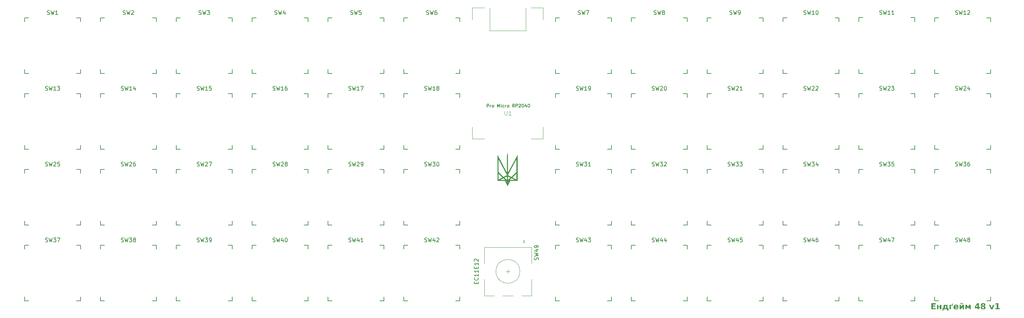
<source format=gbr>
%TF.GenerationSoftware,KiCad,Pcbnew,9.0.2*%
%TF.CreationDate,2025-09-07T11:59:17+03:00*%
%TF.ProjectId,eg48,65673438-2e6b-4696-9361-645f70636258,rev?*%
%TF.SameCoordinates,Original*%
%TF.FileFunction,Legend,Top*%
%TF.FilePolarity,Positive*%
%FSLAX46Y46*%
G04 Gerber Fmt 4.6, Leading zero omitted, Abs format (unit mm)*
G04 Created by KiCad (PCBNEW 9.0.2) date 2025-09-07 11:59:17*
%MOMM*%
%LPD*%
G01*
G04 APERTURE LIST*
%ADD10C,0.000000*%
%ADD11C,0.150000*%
%ADD12C,0.100000*%
%ADD13C,0.120000*%
G04 APERTURE END LIST*
D10*
G36*
X257331043Y-93942765D02*
G01*
X257351677Y-93978488D01*
X257380687Y-94006760D01*
X257437398Y-94034256D01*
X257516425Y-94044404D01*
X257595452Y-94034256D01*
X257652163Y-94006760D01*
X257681173Y-93978488D01*
X257701806Y-93942765D01*
X257714170Y-93897859D01*
X257860715Y-93897859D01*
X257846374Y-93992384D01*
X257814291Y-94066306D01*
X257765369Y-94124180D01*
X257701581Y-94166145D01*
X257620234Y-94192937D01*
X257516425Y-94202674D01*
X257412614Y-94192939D01*
X257331233Y-94166148D01*
X257267389Y-94124180D01*
X257218521Y-94066313D01*
X257186466Y-93992392D01*
X257172134Y-93897859D01*
X257318680Y-93897859D01*
X257331043Y-93942765D01*
G37*
G36*
X266685790Y-95228494D02*
G01*
X267034202Y-95228494D01*
X267034202Y-95504000D01*
X265964418Y-95504000D01*
X265964418Y-95228494D01*
X266312831Y-95228494D01*
X266312831Y-94243706D01*
X265955168Y-94319910D01*
X265955168Y-94050266D01*
X266310724Y-93974062D01*
X266685790Y-93974062D01*
X266685790Y-95228494D01*
G37*
G36*
X265034219Y-95149084D02*
G01*
X265319068Y-94355081D01*
X265686989Y-94355081D01*
X265235079Y-95504000D01*
X264832353Y-95504000D01*
X264381542Y-94355081D01*
X264748364Y-94355081D01*
X265034219Y-95149084D01*
G37*
G36*
X261843461Y-94941264D02*
G01*
X262061723Y-94941264D01*
X262061723Y-95228494D01*
X261843461Y-95228494D01*
X261843461Y-95504000D01*
X261470411Y-95504000D01*
X261470411Y-95228494D01*
X260792088Y-95228494D01*
X260792088Y-94941264D01*
X261038010Y-94941264D01*
X261470411Y-94941264D01*
X261470411Y-94299577D01*
X261038010Y-94941264D01*
X260792088Y-94941264D01*
X260792088Y-94889423D01*
X261404832Y-93974062D01*
X261843461Y-93974062D01*
X261843461Y-94941264D01*
G37*
G36*
X259108552Y-94929724D02*
G01*
X259366839Y-94355081D01*
X259789990Y-94355081D01*
X259789990Y-95504000D01*
X259424267Y-95504000D01*
X259424267Y-94852787D01*
X259230551Y-95281250D01*
X258989759Y-95281250D01*
X258795036Y-94852787D01*
X258795036Y-95504000D01*
X258428214Y-95504000D01*
X258428214Y-94355081D01*
X258850357Y-94355081D01*
X259108552Y-94929724D01*
G37*
G36*
X257323717Y-94966452D02*
G01*
X257693653Y-94355081D01*
X258074855Y-94355081D01*
X258074855Y-95504000D01*
X257708033Y-95504000D01*
X257708033Y-94892629D01*
X257338097Y-95504000D01*
X256956895Y-95504000D01*
X256956895Y-94355081D01*
X257323717Y-94355081D01*
X257323717Y-94966452D01*
G37*
G36*
X255307706Y-94583692D02*
G01*
X254804596Y-94583692D01*
X254804596Y-95504000D01*
X254437774Y-95504000D01*
X254437774Y-94355081D01*
X255081293Y-94355081D01*
X255081293Y-94032681D01*
X255307706Y-94032681D01*
X255307706Y-94583692D01*
G37*
G36*
X251658260Y-94794718D02*
G01*
X252022060Y-94794718D01*
X252022060Y-94355081D01*
X252388882Y-94355081D01*
X252388882Y-95504000D01*
X252022060Y-95504000D01*
X252022060Y-95023330D01*
X251658260Y-95023330D01*
X251658260Y-95504000D01*
X251291438Y-95504000D01*
X251291438Y-94355081D01*
X251658260Y-94355081D01*
X251658260Y-94794718D01*
G37*
G36*
X250939270Y-94273016D02*
G01*
X250269098Y-94273016D01*
X250269098Y-94554383D01*
X250899336Y-94554383D01*
X250899336Y-94853337D01*
X250269098Y-94853337D01*
X250269098Y-95205046D01*
X250961801Y-95205046D01*
X250961801Y-95504000D01*
X249874616Y-95504000D01*
X249874616Y-93974062D01*
X250939270Y-93974062D01*
X250939270Y-94273016D01*
G37*
G36*
X263031663Y-93952338D02*
G01*
X263146411Y-93973138D01*
X263238392Y-94004786D01*
X263311575Y-94045778D01*
X263374531Y-94101842D01*
X263418992Y-94168283D01*
X263446430Y-94247138D01*
X263456105Y-94341709D01*
X263447719Y-94426055D01*
X263423785Y-94497695D01*
X263384848Y-94559238D01*
X263332352Y-94610396D01*
X263263325Y-94653621D01*
X263174371Y-94688473D01*
X263273762Y-94725081D01*
X263350837Y-94771910D01*
X263409486Y-94828424D01*
X263452768Y-94896884D01*
X263479492Y-94977370D01*
X263488895Y-95072972D01*
X263478511Y-95184656D01*
X263449310Y-95276820D01*
X263402661Y-95353383D01*
X263337770Y-95416988D01*
X263260566Y-95464322D01*
X263163169Y-95500710D01*
X263041192Y-95524594D01*
X262889431Y-95533309D01*
X262737207Y-95524600D01*
X262614721Y-95500724D01*
X262516800Y-95464333D01*
X262439078Y-95416988D01*
X262373702Y-95353318D01*
X262326751Y-95276726D01*
X262297385Y-95184585D01*
X262286945Y-95072972D01*
X262288891Y-95053188D01*
X262659996Y-95053188D01*
X262667370Y-95126429D01*
X262687616Y-95183051D01*
X262719438Y-95226845D01*
X262762687Y-95259224D01*
X262818174Y-95279690D01*
X262889523Y-95287112D01*
X262960167Y-95279687D01*
X263014942Y-95259226D01*
X263057501Y-95226845D01*
X263088742Y-95183132D01*
X263108669Y-95126513D01*
X263115936Y-95053188D01*
X263108643Y-94979114D01*
X263088692Y-94922203D01*
X263057501Y-94878524D01*
X263014935Y-94846090D01*
X262960159Y-94825600D01*
X262889523Y-94818166D01*
X262818219Y-94825645D01*
X262762730Y-94846284D01*
X262719438Y-94878982D01*
X262687603Y-94923057D01*
X262667361Y-94979877D01*
X262659996Y-95053188D01*
X262288891Y-95053188D01*
X262296348Y-94977370D01*
X262323073Y-94896884D01*
X262366355Y-94828424D01*
X262425006Y-94771915D01*
X262502108Y-94725085D01*
X262601561Y-94688473D01*
X262512624Y-94653602D01*
X262443766Y-94610375D01*
X262391542Y-94559238D01*
X262352923Y-94497733D01*
X262329163Y-94426091D01*
X262324703Y-94380910D01*
X262693793Y-94380910D01*
X262700026Y-94440159D01*
X262717239Y-94486333D01*
X262744534Y-94522418D01*
X262781297Y-94548970D01*
X262828597Y-94565837D01*
X262889523Y-94571969D01*
X262949069Y-94565869D01*
X262995560Y-94549035D01*
X263031947Y-94522418D01*
X263058923Y-94486376D01*
X263075963Y-94440205D01*
X263082139Y-94380910D01*
X263075952Y-94321688D01*
X263058906Y-94275748D01*
X263031947Y-94240043D01*
X262995596Y-94213691D01*
X262949106Y-94197002D01*
X262889523Y-94190950D01*
X262828597Y-94197082D01*
X262781297Y-94213949D01*
X262744534Y-94240501D01*
X262717190Y-94276563D01*
X262700000Y-94322406D01*
X262693793Y-94380910D01*
X262324703Y-94380910D01*
X262320834Y-94341709D01*
X262330475Y-94247725D01*
X262357854Y-94169115D01*
X262402285Y-94102645D01*
X262465273Y-94046328D01*
X262538510Y-94005154D01*
X262630812Y-93973333D01*
X262746239Y-93952396D01*
X262889523Y-93944753D01*
X263031663Y-93952338D01*
G37*
G36*
X256192684Y-94332899D02*
G01*
X256288518Y-94353332D01*
X256373583Y-94386142D01*
X256449419Y-94431087D01*
X256517166Y-94488621D01*
X256574462Y-94556457D01*
X256619272Y-94632526D01*
X256652019Y-94717990D01*
X256672432Y-94814411D01*
X256679557Y-94923678D01*
X256679557Y-95029191D01*
X255821898Y-95029191D01*
X255839276Y-95111311D01*
X255870579Y-95174452D01*
X255915138Y-95222632D01*
X255971907Y-95256899D01*
X256044893Y-95279024D01*
X256138529Y-95287112D01*
X256254451Y-95278573D01*
X256375750Y-95252216D01*
X256496521Y-95209304D01*
X256625244Y-95146428D01*
X256625244Y-95427796D01*
X256494239Y-95473872D01*
X256364942Y-95506656D01*
X256234551Y-95526677D01*
X256104732Y-95533309D01*
X255977736Y-95526040D01*
X255868095Y-95505465D01*
X255773352Y-95472984D01*
X255691404Y-95429359D01*
X255620581Y-95374673D01*
X255559960Y-95308137D01*
X255512431Y-95231996D01*
X255477528Y-95144860D01*
X255455628Y-95044820D01*
X255447932Y-94929540D01*
X255455431Y-94816501D01*
X255458879Y-94800580D01*
X255826020Y-94800580D01*
X256302477Y-94800580D01*
X256295244Y-94734534D01*
X256274770Y-94680160D01*
X256241477Y-94634892D01*
X256197395Y-94600328D01*
X256145109Y-94579330D01*
X256082200Y-94571969D01*
X256013337Y-94578993D01*
X255956447Y-94598833D01*
X255909001Y-94630862D01*
X255871359Y-94674120D01*
X255843517Y-94729713D01*
X255826020Y-94800580D01*
X255458879Y-94800580D01*
X255476838Y-94717665D01*
X255511063Y-94630891D01*
X255557785Y-94554423D01*
X255617467Y-94486972D01*
X255687500Y-94430882D01*
X255767532Y-94386491D01*
X255859020Y-94353683D01*
X255963841Y-94333033D01*
X256084215Y-94325772D01*
X256192684Y-94332899D01*
G37*
G36*
X253952433Y-95240217D02*
G01*
X254143034Y-95240217D01*
X254143034Y-95791229D01*
X253880717Y-95791229D01*
X253880717Y-95504000D01*
X252946214Y-95504000D01*
X252946214Y-95791229D01*
X252683897Y-95791229D01*
X252683897Y-95240217D01*
X252745354Y-95240217D01*
X253242327Y-95240217D01*
X253585611Y-95240217D01*
X253585611Y-94618863D01*
X253327324Y-94618863D01*
X253327324Y-94650554D01*
X253320908Y-94844533D01*
X253303246Y-95004345D01*
X253276468Y-95134781D01*
X253242327Y-95240217D01*
X252745354Y-95240217D01*
X252798979Y-95215419D01*
X252843926Y-95179941D01*
X252881308Y-95132737D01*
X252911317Y-95071690D01*
X252934893Y-94980898D01*
X252953062Y-94823584D01*
X252960502Y-94572244D01*
X252960502Y-94355081D01*
X253952433Y-94355081D01*
X253952433Y-95240217D01*
G37*
G36*
X143556000Y-57099200D02*
G01*
X143556000Y-61224200D01*
X145956000Y-56649200D01*
X145956000Y-63249199D01*
X144081000Y-63249199D01*
X143406000Y-64599199D01*
X142731000Y-63249199D01*
X143031000Y-63249199D01*
X143256000Y-63699199D01*
X143556000Y-63699199D01*
X143781000Y-63249199D01*
X143706000Y-63249199D01*
X143556000Y-63399199D01*
X143556000Y-63699199D01*
X143256000Y-63699199D01*
X143256000Y-63399199D01*
X143106000Y-63249199D01*
X143031000Y-63249199D01*
X142731000Y-63249199D01*
X140856000Y-63249199D01*
X140856000Y-62949200D01*
X141606000Y-62949200D01*
X142806000Y-62949200D01*
X142431000Y-62574200D01*
X141606000Y-62949200D01*
X140856000Y-62949200D01*
X140856000Y-62874200D01*
X141156000Y-62874200D01*
X142056001Y-62424199D01*
X142656000Y-62424199D01*
X143181000Y-62949199D01*
X143256000Y-62949199D01*
X143256000Y-62124200D01*
X143556000Y-62124200D01*
X143556000Y-62949200D01*
X143631000Y-62949200D01*
X144005999Y-62949200D01*
X145205999Y-62949200D01*
X144381000Y-62574200D01*
X144005999Y-62949200D01*
X143631000Y-62949200D01*
X144156000Y-62424200D01*
X144005999Y-62349199D01*
X144606000Y-62349199D01*
X145656000Y-62874200D01*
X145656000Y-61374200D01*
X144606000Y-62349199D01*
X144005999Y-62349199D01*
X143556000Y-62124200D01*
X143256000Y-62124200D01*
X142656000Y-62424199D01*
X142056001Y-62424199D01*
X142206000Y-62349199D01*
X141156000Y-61374200D01*
X141156000Y-62874200D01*
X140856000Y-62874200D01*
X140856000Y-61374200D01*
X140856000Y-60999199D01*
X140856000Y-57849200D01*
X141156000Y-57849200D01*
X141156000Y-60999199D01*
X142431000Y-62199199D01*
X143256000Y-61824199D01*
X143556000Y-61824199D01*
X144381000Y-62199199D01*
X145656000Y-60999199D01*
X145656000Y-57849200D01*
X143556000Y-61824199D01*
X143256000Y-61824199D01*
X141156000Y-57849200D01*
X140856000Y-57849200D01*
X140856000Y-56649200D01*
X143256000Y-61224199D01*
X143256000Y-57099200D01*
X143404240Y-55899200D01*
X143556000Y-57099200D01*
G37*
D11*
X217820476Y-59472200D02*
X217963333Y-59519819D01*
X217963333Y-59519819D02*
X218201428Y-59519819D01*
X218201428Y-59519819D02*
X218296666Y-59472200D01*
X218296666Y-59472200D02*
X218344285Y-59424580D01*
X218344285Y-59424580D02*
X218391904Y-59329342D01*
X218391904Y-59329342D02*
X218391904Y-59234104D01*
X218391904Y-59234104D02*
X218344285Y-59138866D01*
X218344285Y-59138866D02*
X218296666Y-59091247D01*
X218296666Y-59091247D02*
X218201428Y-59043628D01*
X218201428Y-59043628D02*
X218010952Y-58996009D01*
X218010952Y-58996009D02*
X217915714Y-58948390D01*
X217915714Y-58948390D02*
X217868095Y-58900771D01*
X217868095Y-58900771D02*
X217820476Y-58805533D01*
X217820476Y-58805533D02*
X217820476Y-58710295D01*
X217820476Y-58710295D02*
X217868095Y-58615057D01*
X217868095Y-58615057D02*
X217915714Y-58567438D01*
X217915714Y-58567438D02*
X218010952Y-58519819D01*
X218010952Y-58519819D02*
X218249047Y-58519819D01*
X218249047Y-58519819D02*
X218391904Y-58567438D01*
X218725238Y-58519819D02*
X218963333Y-59519819D01*
X218963333Y-59519819D02*
X219153809Y-58805533D01*
X219153809Y-58805533D02*
X219344285Y-59519819D01*
X219344285Y-59519819D02*
X219582381Y-58519819D01*
X219868095Y-58519819D02*
X220487142Y-58519819D01*
X220487142Y-58519819D02*
X220153809Y-58900771D01*
X220153809Y-58900771D02*
X220296666Y-58900771D01*
X220296666Y-58900771D02*
X220391904Y-58948390D01*
X220391904Y-58948390D02*
X220439523Y-58996009D01*
X220439523Y-58996009D02*
X220487142Y-59091247D01*
X220487142Y-59091247D02*
X220487142Y-59329342D01*
X220487142Y-59329342D02*
X220439523Y-59424580D01*
X220439523Y-59424580D02*
X220391904Y-59472200D01*
X220391904Y-59472200D02*
X220296666Y-59519819D01*
X220296666Y-59519819D02*
X220010952Y-59519819D01*
X220010952Y-59519819D02*
X219915714Y-59472200D01*
X219915714Y-59472200D02*
X219868095Y-59424580D01*
X221344285Y-58853152D02*
X221344285Y-59519819D01*
X221106190Y-58472200D02*
X220868095Y-59186485D01*
X220868095Y-59186485D02*
X221487142Y-59186485D01*
X46846667Y-21372200D02*
X46989524Y-21419819D01*
X46989524Y-21419819D02*
X47227619Y-21419819D01*
X47227619Y-21419819D02*
X47322857Y-21372200D01*
X47322857Y-21372200D02*
X47370476Y-21324580D01*
X47370476Y-21324580D02*
X47418095Y-21229342D01*
X47418095Y-21229342D02*
X47418095Y-21134104D01*
X47418095Y-21134104D02*
X47370476Y-21038866D01*
X47370476Y-21038866D02*
X47322857Y-20991247D01*
X47322857Y-20991247D02*
X47227619Y-20943628D01*
X47227619Y-20943628D02*
X47037143Y-20896009D01*
X47037143Y-20896009D02*
X46941905Y-20848390D01*
X46941905Y-20848390D02*
X46894286Y-20800771D01*
X46894286Y-20800771D02*
X46846667Y-20705533D01*
X46846667Y-20705533D02*
X46846667Y-20610295D01*
X46846667Y-20610295D02*
X46894286Y-20515057D01*
X46894286Y-20515057D02*
X46941905Y-20467438D01*
X46941905Y-20467438D02*
X47037143Y-20419819D01*
X47037143Y-20419819D02*
X47275238Y-20419819D01*
X47275238Y-20419819D02*
X47418095Y-20467438D01*
X47751429Y-20419819D02*
X47989524Y-21419819D01*
X47989524Y-21419819D02*
X48180000Y-20705533D01*
X48180000Y-20705533D02*
X48370476Y-21419819D01*
X48370476Y-21419819D02*
X48608572Y-20419819D01*
X48941905Y-20515057D02*
X48989524Y-20467438D01*
X48989524Y-20467438D02*
X49084762Y-20419819D01*
X49084762Y-20419819D02*
X49322857Y-20419819D01*
X49322857Y-20419819D02*
X49418095Y-20467438D01*
X49418095Y-20467438D02*
X49465714Y-20515057D01*
X49465714Y-20515057D02*
X49513333Y-20610295D01*
X49513333Y-20610295D02*
X49513333Y-20705533D01*
X49513333Y-20705533D02*
X49465714Y-20848390D01*
X49465714Y-20848390D02*
X48894286Y-21419819D01*
X48894286Y-21419819D02*
X49513333Y-21419819D01*
D12*
X142718095Y-45692419D02*
X142718095Y-46501942D01*
X142718095Y-46501942D02*
X142765714Y-46597180D01*
X142765714Y-46597180D02*
X142813333Y-46644800D01*
X142813333Y-46644800D02*
X142908571Y-46692419D01*
X142908571Y-46692419D02*
X143099047Y-46692419D01*
X143099047Y-46692419D02*
X143194285Y-46644800D01*
X143194285Y-46644800D02*
X143241904Y-46597180D01*
X143241904Y-46597180D02*
X143289523Y-46501942D01*
X143289523Y-46501942D02*
X143289523Y-45692419D01*
X144289523Y-46692419D02*
X143718095Y-46692419D01*
X144003809Y-46692419D02*
X144003809Y-45692419D01*
X144003809Y-45692419D02*
X143908571Y-45835276D01*
X143908571Y-45835276D02*
X143813333Y-45930514D01*
X143813333Y-45930514D02*
X143718095Y-45978133D01*
D11*
X138267618Y-44727295D02*
X138267618Y-43927295D01*
X138267618Y-43927295D02*
X138572380Y-43927295D01*
X138572380Y-43927295D02*
X138648570Y-43965390D01*
X138648570Y-43965390D02*
X138686665Y-44003485D01*
X138686665Y-44003485D02*
X138724761Y-44079676D01*
X138724761Y-44079676D02*
X138724761Y-44193961D01*
X138724761Y-44193961D02*
X138686665Y-44270152D01*
X138686665Y-44270152D02*
X138648570Y-44308247D01*
X138648570Y-44308247D02*
X138572380Y-44346342D01*
X138572380Y-44346342D02*
X138267618Y-44346342D01*
X139067618Y-44727295D02*
X139067618Y-44193961D01*
X139067618Y-44346342D02*
X139105713Y-44270152D01*
X139105713Y-44270152D02*
X139143808Y-44232057D01*
X139143808Y-44232057D02*
X139219999Y-44193961D01*
X139219999Y-44193961D02*
X139296189Y-44193961D01*
X139677141Y-44727295D02*
X139600951Y-44689200D01*
X139600951Y-44689200D02*
X139562856Y-44651104D01*
X139562856Y-44651104D02*
X139524760Y-44574914D01*
X139524760Y-44574914D02*
X139524760Y-44346342D01*
X139524760Y-44346342D02*
X139562856Y-44270152D01*
X139562856Y-44270152D02*
X139600951Y-44232057D01*
X139600951Y-44232057D02*
X139677141Y-44193961D01*
X139677141Y-44193961D02*
X139791427Y-44193961D01*
X139791427Y-44193961D02*
X139867618Y-44232057D01*
X139867618Y-44232057D02*
X139905713Y-44270152D01*
X139905713Y-44270152D02*
X139943808Y-44346342D01*
X139943808Y-44346342D02*
X139943808Y-44574914D01*
X139943808Y-44574914D02*
X139905713Y-44651104D01*
X139905713Y-44651104D02*
X139867618Y-44689200D01*
X139867618Y-44689200D02*
X139791427Y-44727295D01*
X139791427Y-44727295D02*
X139677141Y-44727295D01*
X140896190Y-44727295D02*
X140896190Y-43927295D01*
X140896190Y-43927295D02*
X141162856Y-44498723D01*
X141162856Y-44498723D02*
X141429523Y-43927295D01*
X141429523Y-43927295D02*
X141429523Y-44727295D01*
X141810476Y-44727295D02*
X141810476Y-44193961D01*
X141810476Y-43927295D02*
X141772380Y-43965390D01*
X141772380Y-43965390D02*
X141810476Y-44003485D01*
X141810476Y-44003485D02*
X141848571Y-43965390D01*
X141848571Y-43965390D02*
X141810476Y-43927295D01*
X141810476Y-43927295D02*
X141810476Y-44003485D01*
X142534285Y-44689200D02*
X142458094Y-44727295D01*
X142458094Y-44727295D02*
X142305713Y-44727295D01*
X142305713Y-44727295D02*
X142229523Y-44689200D01*
X142229523Y-44689200D02*
X142191428Y-44651104D01*
X142191428Y-44651104D02*
X142153332Y-44574914D01*
X142153332Y-44574914D02*
X142153332Y-44346342D01*
X142153332Y-44346342D02*
X142191428Y-44270152D01*
X142191428Y-44270152D02*
X142229523Y-44232057D01*
X142229523Y-44232057D02*
X142305713Y-44193961D01*
X142305713Y-44193961D02*
X142458094Y-44193961D01*
X142458094Y-44193961D02*
X142534285Y-44232057D01*
X142877142Y-44727295D02*
X142877142Y-44193961D01*
X142877142Y-44346342D02*
X142915237Y-44270152D01*
X142915237Y-44270152D02*
X142953332Y-44232057D01*
X142953332Y-44232057D02*
X143029523Y-44193961D01*
X143029523Y-44193961D02*
X143105713Y-44193961D01*
X143486665Y-44727295D02*
X143410475Y-44689200D01*
X143410475Y-44689200D02*
X143372380Y-44651104D01*
X143372380Y-44651104D02*
X143334284Y-44574914D01*
X143334284Y-44574914D02*
X143334284Y-44346342D01*
X143334284Y-44346342D02*
X143372380Y-44270152D01*
X143372380Y-44270152D02*
X143410475Y-44232057D01*
X143410475Y-44232057D02*
X143486665Y-44193961D01*
X143486665Y-44193961D02*
X143600951Y-44193961D01*
X143600951Y-44193961D02*
X143677142Y-44232057D01*
X143677142Y-44232057D02*
X143715237Y-44270152D01*
X143715237Y-44270152D02*
X143753332Y-44346342D01*
X143753332Y-44346342D02*
X143753332Y-44574914D01*
X143753332Y-44574914D02*
X143715237Y-44651104D01*
X143715237Y-44651104D02*
X143677142Y-44689200D01*
X143677142Y-44689200D02*
X143600951Y-44727295D01*
X143600951Y-44727295D02*
X143486665Y-44727295D01*
X145162857Y-44727295D02*
X144896190Y-44346342D01*
X144705714Y-44727295D02*
X144705714Y-43927295D01*
X144705714Y-43927295D02*
X145010476Y-43927295D01*
X145010476Y-43927295D02*
X145086666Y-43965390D01*
X145086666Y-43965390D02*
X145124761Y-44003485D01*
X145124761Y-44003485D02*
X145162857Y-44079676D01*
X145162857Y-44079676D02*
X145162857Y-44193961D01*
X145162857Y-44193961D02*
X145124761Y-44270152D01*
X145124761Y-44270152D02*
X145086666Y-44308247D01*
X145086666Y-44308247D02*
X145010476Y-44346342D01*
X145010476Y-44346342D02*
X144705714Y-44346342D01*
X145505714Y-44727295D02*
X145505714Y-43927295D01*
X145505714Y-43927295D02*
X145810476Y-43927295D01*
X145810476Y-43927295D02*
X145886666Y-43965390D01*
X145886666Y-43965390D02*
X145924761Y-44003485D01*
X145924761Y-44003485D02*
X145962857Y-44079676D01*
X145962857Y-44079676D02*
X145962857Y-44193961D01*
X145962857Y-44193961D02*
X145924761Y-44270152D01*
X145924761Y-44270152D02*
X145886666Y-44308247D01*
X145886666Y-44308247D02*
X145810476Y-44346342D01*
X145810476Y-44346342D02*
X145505714Y-44346342D01*
X146267618Y-44003485D02*
X146305714Y-43965390D01*
X146305714Y-43965390D02*
X146381904Y-43927295D01*
X146381904Y-43927295D02*
X146572380Y-43927295D01*
X146572380Y-43927295D02*
X146648571Y-43965390D01*
X146648571Y-43965390D02*
X146686666Y-44003485D01*
X146686666Y-44003485D02*
X146724761Y-44079676D01*
X146724761Y-44079676D02*
X146724761Y-44155866D01*
X146724761Y-44155866D02*
X146686666Y-44270152D01*
X146686666Y-44270152D02*
X146229523Y-44727295D01*
X146229523Y-44727295D02*
X146724761Y-44727295D01*
X147220000Y-43927295D02*
X147296190Y-43927295D01*
X147296190Y-43927295D02*
X147372381Y-43965390D01*
X147372381Y-43965390D02*
X147410476Y-44003485D01*
X147410476Y-44003485D02*
X147448571Y-44079676D01*
X147448571Y-44079676D02*
X147486666Y-44232057D01*
X147486666Y-44232057D02*
X147486666Y-44422533D01*
X147486666Y-44422533D02*
X147448571Y-44574914D01*
X147448571Y-44574914D02*
X147410476Y-44651104D01*
X147410476Y-44651104D02*
X147372381Y-44689200D01*
X147372381Y-44689200D02*
X147296190Y-44727295D01*
X147296190Y-44727295D02*
X147220000Y-44727295D01*
X147220000Y-44727295D02*
X147143809Y-44689200D01*
X147143809Y-44689200D02*
X147105714Y-44651104D01*
X147105714Y-44651104D02*
X147067619Y-44574914D01*
X147067619Y-44574914D02*
X147029523Y-44422533D01*
X147029523Y-44422533D02*
X147029523Y-44232057D01*
X147029523Y-44232057D02*
X147067619Y-44079676D01*
X147067619Y-44079676D02*
X147105714Y-44003485D01*
X147105714Y-44003485D02*
X147143809Y-43965390D01*
X147143809Y-43965390D02*
X147220000Y-43927295D01*
X148172381Y-44193961D02*
X148172381Y-44727295D01*
X147981905Y-43889200D02*
X147791428Y-44460628D01*
X147791428Y-44460628D02*
X148286667Y-44460628D01*
X148743810Y-43927295D02*
X148820000Y-43927295D01*
X148820000Y-43927295D02*
X148896191Y-43965390D01*
X148896191Y-43965390D02*
X148934286Y-44003485D01*
X148934286Y-44003485D02*
X148972381Y-44079676D01*
X148972381Y-44079676D02*
X149010476Y-44232057D01*
X149010476Y-44232057D02*
X149010476Y-44422533D01*
X149010476Y-44422533D02*
X148972381Y-44574914D01*
X148972381Y-44574914D02*
X148934286Y-44651104D01*
X148934286Y-44651104D02*
X148896191Y-44689200D01*
X148896191Y-44689200D02*
X148820000Y-44727295D01*
X148820000Y-44727295D02*
X148743810Y-44727295D01*
X148743810Y-44727295D02*
X148667619Y-44689200D01*
X148667619Y-44689200D02*
X148629524Y-44651104D01*
X148629524Y-44651104D02*
X148591429Y-44574914D01*
X148591429Y-44574914D02*
X148553333Y-44422533D01*
X148553333Y-44422533D02*
X148553333Y-44232057D01*
X148553333Y-44232057D02*
X148591429Y-44079676D01*
X148591429Y-44079676D02*
X148629524Y-44003485D01*
X148629524Y-44003485D02*
X148667619Y-43965390D01*
X148667619Y-43965390D02*
X148743810Y-43927295D01*
X27320476Y-40422200D02*
X27463333Y-40469819D01*
X27463333Y-40469819D02*
X27701428Y-40469819D01*
X27701428Y-40469819D02*
X27796666Y-40422200D01*
X27796666Y-40422200D02*
X27844285Y-40374580D01*
X27844285Y-40374580D02*
X27891904Y-40279342D01*
X27891904Y-40279342D02*
X27891904Y-40184104D01*
X27891904Y-40184104D02*
X27844285Y-40088866D01*
X27844285Y-40088866D02*
X27796666Y-40041247D01*
X27796666Y-40041247D02*
X27701428Y-39993628D01*
X27701428Y-39993628D02*
X27510952Y-39946009D01*
X27510952Y-39946009D02*
X27415714Y-39898390D01*
X27415714Y-39898390D02*
X27368095Y-39850771D01*
X27368095Y-39850771D02*
X27320476Y-39755533D01*
X27320476Y-39755533D02*
X27320476Y-39660295D01*
X27320476Y-39660295D02*
X27368095Y-39565057D01*
X27368095Y-39565057D02*
X27415714Y-39517438D01*
X27415714Y-39517438D02*
X27510952Y-39469819D01*
X27510952Y-39469819D02*
X27749047Y-39469819D01*
X27749047Y-39469819D02*
X27891904Y-39517438D01*
X28225238Y-39469819D02*
X28463333Y-40469819D01*
X28463333Y-40469819D02*
X28653809Y-39755533D01*
X28653809Y-39755533D02*
X28844285Y-40469819D01*
X28844285Y-40469819D02*
X29082381Y-39469819D01*
X29987142Y-40469819D02*
X29415714Y-40469819D01*
X29701428Y-40469819D02*
X29701428Y-39469819D01*
X29701428Y-39469819D02*
X29606190Y-39612676D01*
X29606190Y-39612676D02*
X29510952Y-39707914D01*
X29510952Y-39707914D02*
X29415714Y-39755533D01*
X30320476Y-39469819D02*
X30939523Y-39469819D01*
X30939523Y-39469819D02*
X30606190Y-39850771D01*
X30606190Y-39850771D02*
X30749047Y-39850771D01*
X30749047Y-39850771D02*
X30844285Y-39898390D01*
X30844285Y-39898390D02*
X30891904Y-39946009D01*
X30891904Y-39946009D02*
X30939523Y-40041247D01*
X30939523Y-40041247D02*
X30939523Y-40279342D01*
X30939523Y-40279342D02*
X30891904Y-40374580D01*
X30891904Y-40374580D02*
X30844285Y-40422200D01*
X30844285Y-40422200D02*
X30749047Y-40469819D01*
X30749047Y-40469819D02*
X30463333Y-40469819D01*
X30463333Y-40469819D02*
X30368095Y-40422200D01*
X30368095Y-40422200D02*
X30320476Y-40374580D01*
X46370476Y-78522200D02*
X46513333Y-78569819D01*
X46513333Y-78569819D02*
X46751428Y-78569819D01*
X46751428Y-78569819D02*
X46846666Y-78522200D01*
X46846666Y-78522200D02*
X46894285Y-78474580D01*
X46894285Y-78474580D02*
X46941904Y-78379342D01*
X46941904Y-78379342D02*
X46941904Y-78284104D01*
X46941904Y-78284104D02*
X46894285Y-78188866D01*
X46894285Y-78188866D02*
X46846666Y-78141247D01*
X46846666Y-78141247D02*
X46751428Y-78093628D01*
X46751428Y-78093628D02*
X46560952Y-78046009D01*
X46560952Y-78046009D02*
X46465714Y-77998390D01*
X46465714Y-77998390D02*
X46418095Y-77950771D01*
X46418095Y-77950771D02*
X46370476Y-77855533D01*
X46370476Y-77855533D02*
X46370476Y-77760295D01*
X46370476Y-77760295D02*
X46418095Y-77665057D01*
X46418095Y-77665057D02*
X46465714Y-77617438D01*
X46465714Y-77617438D02*
X46560952Y-77569819D01*
X46560952Y-77569819D02*
X46799047Y-77569819D01*
X46799047Y-77569819D02*
X46941904Y-77617438D01*
X47275238Y-77569819D02*
X47513333Y-78569819D01*
X47513333Y-78569819D02*
X47703809Y-77855533D01*
X47703809Y-77855533D02*
X47894285Y-78569819D01*
X47894285Y-78569819D02*
X48132381Y-77569819D01*
X48418095Y-77569819D02*
X49037142Y-77569819D01*
X49037142Y-77569819D02*
X48703809Y-77950771D01*
X48703809Y-77950771D02*
X48846666Y-77950771D01*
X48846666Y-77950771D02*
X48941904Y-77998390D01*
X48941904Y-77998390D02*
X48989523Y-78046009D01*
X48989523Y-78046009D02*
X49037142Y-78141247D01*
X49037142Y-78141247D02*
X49037142Y-78379342D01*
X49037142Y-78379342D02*
X48989523Y-78474580D01*
X48989523Y-78474580D02*
X48941904Y-78522200D01*
X48941904Y-78522200D02*
X48846666Y-78569819D01*
X48846666Y-78569819D02*
X48560952Y-78569819D01*
X48560952Y-78569819D02*
X48465714Y-78522200D01*
X48465714Y-78522200D02*
X48418095Y-78474580D01*
X49608571Y-77998390D02*
X49513333Y-77950771D01*
X49513333Y-77950771D02*
X49465714Y-77903152D01*
X49465714Y-77903152D02*
X49418095Y-77807914D01*
X49418095Y-77807914D02*
X49418095Y-77760295D01*
X49418095Y-77760295D02*
X49465714Y-77665057D01*
X49465714Y-77665057D02*
X49513333Y-77617438D01*
X49513333Y-77617438D02*
X49608571Y-77569819D01*
X49608571Y-77569819D02*
X49799047Y-77569819D01*
X49799047Y-77569819D02*
X49894285Y-77617438D01*
X49894285Y-77617438D02*
X49941904Y-77665057D01*
X49941904Y-77665057D02*
X49989523Y-77760295D01*
X49989523Y-77760295D02*
X49989523Y-77807914D01*
X49989523Y-77807914D02*
X49941904Y-77903152D01*
X49941904Y-77903152D02*
X49894285Y-77950771D01*
X49894285Y-77950771D02*
X49799047Y-77998390D01*
X49799047Y-77998390D02*
X49608571Y-77998390D01*
X49608571Y-77998390D02*
X49513333Y-78046009D01*
X49513333Y-78046009D02*
X49465714Y-78093628D01*
X49465714Y-78093628D02*
X49418095Y-78188866D01*
X49418095Y-78188866D02*
X49418095Y-78379342D01*
X49418095Y-78379342D02*
X49465714Y-78474580D01*
X49465714Y-78474580D02*
X49513333Y-78522200D01*
X49513333Y-78522200D02*
X49608571Y-78569819D01*
X49608571Y-78569819D02*
X49799047Y-78569819D01*
X49799047Y-78569819D02*
X49894285Y-78522200D01*
X49894285Y-78522200D02*
X49941904Y-78474580D01*
X49941904Y-78474580D02*
X49989523Y-78379342D01*
X49989523Y-78379342D02*
X49989523Y-78188866D01*
X49989523Y-78188866D02*
X49941904Y-78093628D01*
X49941904Y-78093628D02*
X49894285Y-78046009D01*
X49894285Y-78046009D02*
X49799047Y-77998390D01*
X84470476Y-78522200D02*
X84613333Y-78569819D01*
X84613333Y-78569819D02*
X84851428Y-78569819D01*
X84851428Y-78569819D02*
X84946666Y-78522200D01*
X84946666Y-78522200D02*
X84994285Y-78474580D01*
X84994285Y-78474580D02*
X85041904Y-78379342D01*
X85041904Y-78379342D02*
X85041904Y-78284104D01*
X85041904Y-78284104D02*
X84994285Y-78188866D01*
X84994285Y-78188866D02*
X84946666Y-78141247D01*
X84946666Y-78141247D02*
X84851428Y-78093628D01*
X84851428Y-78093628D02*
X84660952Y-78046009D01*
X84660952Y-78046009D02*
X84565714Y-77998390D01*
X84565714Y-77998390D02*
X84518095Y-77950771D01*
X84518095Y-77950771D02*
X84470476Y-77855533D01*
X84470476Y-77855533D02*
X84470476Y-77760295D01*
X84470476Y-77760295D02*
X84518095Y-77665057D01*
X84518095Y-77665057D02*
X84565714Y-77617438D01*
X84565714Y-77617438D02*
X84660952Y-77569819D01*
X84660952Y-77569819D02*
X84899047Y-77569819D01*
X84899047Y-77569819D02*
X85041904Y-77617438D01*
X85375238Y-77569819D02*
X85613333Y-78569819D01*
X85613333Y-78569819D02*
X85803809Y-77855533D01*
X85803809Y-77855533D02*
X85994285Y-78569819D01*
X85994285Y-78569819D02*
X86232381Y-77569819D01*
X87041904Y-77903152D02*
X87041904Y-78569819D01*
X86803809Y-77522200D02*
X86565714Y-78236485D01*
X86565714Y-78236485D02*
X87184761Y-78236485D01*
X87756190Y-77569819D02*
X87851428Y-77569819D01*
X87851428Y-77569819D02*
X87946666Y-77617438D01*
X87946666Y-77617438D02*
X87994285Y-77665057D01*
X87994285Y-77665057D02*
X88041904Y-77760295D01*
X88041904Y-77760295D02*
X88089523Y-77950771D01*
X88089523Y-77950771D02*
X88089523Y-78188866D01*
X88089523Y-78188866D02*
X88041904Y-78379342D01*
X88041904Y-78379342D02*
X87994285Y-78474580D01*
X87994285Y-78474580D02*
X87946666Y-78522200D01*
X87946666Y-78522200D02*
X87851428Y-78569819D01*
X87851428Y-78569819D02*
X87756190Y-78569819D01*
X87756190Y-78569819D02*
X87660952Y-78522200D01*
X87660952Y-78522200D02*
X87613333Y-78474580D01*
X87613333Y-78474580D02*
X87565714Y-78379342D01*
X87565714Y-78379342D02*
X87518095Y-78188866D01*
X87518095Y-78188866D02*
X87518095Y-77950771D01*
X87518095Y-77950771D02*
X87565714Y-77760295D01*
X87565714Y-77760295D02*
X87613333Y-77665057D01*
X87613333Y-77665057D02*
X87660952Y-77617438D01*
X87660952Y-77617438D02*
X87756190Y-77569819D01*
X27320476Y-78522200D02*
X27463333Y-78569819D01*
X27463333Y-78569819D02*
X27701428Y-78569819D01*
X27701428Y-78569819D02*
X27796666Y-78522200D01*
X27796666Y-78522200D02*
X27844285Y-78474580D01*
X27844285Y-78474580D02*
X27891904Y-78379342D01*
X27891904Y-78379342D02*
X27891904Y-78284104D01*
X27891904Y-78284104D02*
X27844285Y-78188866D01*
X27844285Y-78188866D02*
X27796666Y-78141247D01*
X27796666Y-78141247D02*
X27701428Y-78093628D01*
X27701428Y-78093628D02*
X27510952Y-78046009D01*
X27510952Y-78046009D02*
X27415714Y-77998390D01*
X27415714Y-77998390D02*
X27368095Y-77950771D01*
X27368095Y-77950771D02*
X27320476Y-77855533D01*
X27320476Y-77855533D02*
X27320476Y-77760295D01*
X27320476Y-77760295D02*
X27368095Y-77665057D01*
X27368095Y-77665057D02*
X27415714Y-77617438D01*
X27415714Y-77617438D02*
X27510952Y-77569819D01*
X27510952Y-77569819D02*
X27749047Y-77569819D01*
X27749047Y-77569819D02*
X27891904Y-77617438D01*
X28225238Y-77569819D02*
X28463333Y-78569819D01*
X28463333Y-78569819D02*
X28653809Y-77855533D01*
X28653809Y-77855533D02*
X28844285Y-78569819D01*
X28844285Y-78569819D02*
X29082381Y-77569819D01*
X29368095Y-77569819D02*
X29987142Y-77569819D01*
X29987142Y-77569819D02*
X29653809Y-77950771D01*
X29653809Y-77950771D02*
X29796666Y-77950771D01*
X29796666Y-77950771D02*
X29891904Y-77998390D01*
X29891904Y-77998390D02*
X29939523Y-78046009D01*
X29939523Y-78046009D02*
X29987142Y-78141247D01*
X29987142Y-78141247D02*
X29987142Y-78379342D01*
X29987142Y-78379342D02*
X29939523Y-78474580D01*
X29939523Y-78474580D02*
X29891904Y-78522200D01*
X29891904Y-78522200D02*
X29796666Y-78569819D01*
X29796666Y-78569819D02*
X29510952Y-78569819D01*
X29510952Y-78569819D02*
X29415714Y-78522200D01*
X29415714Y-78522200D02*
X29368095Y-78474580D01*
X30320476Y-77569819D02*
X30987142Y-77569819D01*
X30987142Y-77569819D02*
X30558571Y-78569819D01*
X236870476Y-21362200D02*
X237013333Y-21409819D01*
X237013333Y-21409819D02*
X237251428Y-21409819D01*
X237251428Y-21409819D02*
X237346666Y-21362200D01*
X237346666Y-21362200D02*
X237394285Y-21314580D01*
X237394285Y-21314580D02*
X237441904Y-21219342D01*
X237441904Y-21219342D02*
X237441904Y-21124104D01*
X237441904Y-21124104D02*
X237394285Y-21028866D01*
X237394285Y-21028866D02*
X237346666Y-20981247D01*
X237346666Y-20981247D02*
X237251428Y-20933628D01*
X237251428Y-20933628D02*
X237060952Y-20886009D01*
X237060952Y-20886009D02*
X236965714Y-20838390D01*
X236965714Y-20838390D02*
X236918095Y-20790771D01*
X236918095Y-20790771D02*
X236870476Y-20695533D01*
X236870476Y-20695533D02*
X236870476Y-20600295D01*
X236870476Y-20600295D02*
X236918095Y-20505057D01*
X236918095Y-20505057D02*
X236965714Y-20457438D01*
X236965714Y-20457438D02*
X237060952Y-20409819D01*
X237060952Y-20409819D02*
X237299047Y-20409819D01*
X237299047Y-20409819D02*
X237441904Y-20457438D01*
X237775238Y-20409819D02*
X238013333Y-21409819D01*
X238013333Y-21409819D02*
X238203809Y-20695533D01*
X238203809Y-20695533D02*
X238394285Y-21409819D01*
X238394285Y-21409819D02*
X238632381Y-20409819D01*
X239537142Y-21409819D02*
X238965714Y-21409819D01*
X239251428Y-21409819D02*
X239251428Y-20409819D01*
X239251428Y-20409819D02*
X239156190Y-20552676D01*
X239156190Y-20552676D02*
X239060952Y-20647914D01*
X239060952Y-20647914D02*
X238965714Y-20695533D01*
X240489523Y-21409819D02*
X239918095Y-21409819D01*
X240203809Y-21409819D02*
X240203809Y-20409819D01*
X240203809Y-20409819D02*
X240108571Y-20552676D01*
X240108571Y-20552676D02*
X240013333Y-20647914D01*
X240013333Y-20647914D02*
X239918095Y-20695533D01*
X217820476Y-40422200D02*
X217963333Y-40469819D01*
X217963333Y-40469819D02*
X218201428Y-40469819D01*
X218201428Y-40469819D02*
X218296666Y-40422200D01*
X218296666Y-40422200D02*
X218344285Y-40374580D01*
X218344285Y-40374580D02*
X218391904Y-40279342D01*
X218391904Y-40279342D02*
X218391904Y-40184104D01*
X218391904Y-40184104D02*
X218344285Y-40088866D01*
X218344285Y-40088866D02*
X218296666Y-40041247D01*
X218296666Y-40041247D02*
X218201428Y-39993628D01*
X218201428Y-39993628D02*
X218010952Y-39946009D01*
X218010952Y-39946009D02*
X217915714Y-39898390D01*
X217915714Y-39898390D02*
X217868095Y-39850771D01*
X217868095Y-39850771D02*
X217820476Y-39755533D01*
X217820476Y-39755533D02*
X217820476Y-39660295D01*
X217820476Y-39660295D02*
X217868095Y-39565057D01*
X217868095Y-39565057D02*
X217915714Y-39517438D01*
X217915714Y-39517438D02*
X218010952Y-39469819D01*
X218010952Y-39469819D02*
X218249047Y-39469819D01*
X218249047Y-39469819D02*
X218391904Y-39517438D01*
X218725238Y-39469819D02*
X218963333Y-40469819D01*
X218963333Y-40469819D02*
X219153809Y-39755533D01*
X219153809Y-39755533D02*
X219344285Y-40469819D01*
X219344285Y-40469819D02*
X219582381Y-39469819D01*
X219915714Y-39565057D02*
X219963333Y-39517438D01*
X219963333Y-39517438D02*
X220058571Y-39469819D01*
X220058571Y-39469819D02*
X220296666Y-39469819D01*
X220296666Y-39469819D02*
X220391904Y-39517438D01*
X220391904Y-39517438D02*
X220439523Y-39565057D01*
X220439523Y-39565057D02*
X220487142Y-39660295D01*
X220487142Y-39660295D02*
X220487142Y-39755533D01*
X220487142Y-39755533D02*
X220439523Y-39898390D01*
X220439523Y-39898390D02*
X219868095Y-40469819D01*
X219868095Y-40469819D02*
X220487142Y-40469819D01*
X220868095Y-39565057D02*
X220915714Y-39517438D01*
X220915714Y-39517438D02*
X221010952Y-39469819D01*
X221010952Y-39469819D02*
X221249047Y-39469819D01*
X221249047Y-39469819D02*
X221344285Y-39517438D01*
X221344285Y-39517438D02*
X221391904Y-39565057D01*
X221391904Y-39565057D02*
X221439523Y-39660295D01*
X221439523Y-39660295D02*
X221439523Y-39755533D01*
X221439523Y-39755533D02*
X221391904Y-39898390D01*
X221391904Y-39898390D02*
X220820476Y-40469819D01*
X220820476Y-40469819D02*
X221439523Y-40469819D01*
X122570476Y-78522200D02*
X122713333Y-78569819D01*
X122713333Y-78569819D02*
X122951428Y-78569819D01*
X122951428Y-78569819D02*
X123046666Y-78522200D01*
X123046666Y-78522200D02*
X123094285Y-78474580D01*
X123094285Y-78474580D02*
X123141904Y-78379342D01*
X123141904Y-78379342D02*
X123141904Y-78284104D01*
X123141904Y-78284104D02*
X123094285Y-78188866D01*
X123094285Y-78188866D02*
X123046666Y-78141247D01*
X123046666Y-78141247D02*
X122951428Y-78093628D01*
X122951428Y-78093628D02*
X122760952Y-78046009D01*
X122760952Y-78046009D02*
X122665714Y-77998390D01*
X122665714Y-77998390D02*
X122618095Y-77950771D01*
X122618095Y-77950771D02*
X122570476Y-77855533D01*
X122570476Y-77855533D02*
X122570476Y-77760295D01*
X122570476Y-77760295D02*
X122618095Y-77665057D01*
X122618095Y-77665057D02*
X122665714Y-77617438D01*
X122665714Y-77617438D02*
X122760952Y-77569819D01*
X122760952Y-77569819D02*
X122999047Y-77569819D01*
X122999047Y-77569819D02*
X123141904Y-77617438D01*
X123475238Y-77569819D02*
X123713333Y-78569819D01*
X123713333Y-78569819D02*
X123903809Y-77855533D01*
X123903809Y-77855533D02*
X124094285Y-78569819D01*
X124094285Y-78569819D02*
X124332381Y-77569819D01*
X125141904Y-77903152D02*
X125141904Y-78569819D01*
X124903809Y-77522200D02*
X124665714Y-78236485D01*
X124665714Y-78236485D02*
X125284761Y-78236485D01*
X125618095Y-77665057D02*
X125665714Y-77617438D01*
X125665714Y-77617438D02*
X125760952Y-77569819D01*
X125760952Y-77569819D02*
X125999047Y-77569819D01*
X125999047Y-77569819D02*
X126094285Y-77617438D01*
X126094285Y-77617438D02*
X126141904Y-77665057D01*
X126141904Y-77665057D02*
X126189523Y-77760295D01*
X126189523Y-77760295D02*
X126189523Y-77855533D01*
X126189523Y-77855533D02*
X126141904Y-77998390D01*
X126141904Y-77998390D02*
X125570476Y-78569819D01*
X125570476Y-78569819D02*
X126189523Y-78569819D01*
X84470476Y-40422200D02*
X84613333Y-40469819D01*
X84613333Y-40469819D02*
X84851428Y-40469819D01*
X84851428Y-40469819D02*
X84946666Y-40422200D01*
X84946666Y-40422200D02*
X84994285Y-40374580D01*
X84994285Y-40374580D02*
X85041904Y-40279342D01*
X85041904Y-40279342D02*
X85041904Y-40184104D01*
X85041904Y-40184104D02*
X84994285Y-40088866D01*
X84994285Y-40088866D02*
X84946666Y-40041247D01*
X84946666Y-40041247D02*
X84851428Y-39993628D01*
X84851428Y-39993628D02*
X84660952Y-39946009D01*
X84660952Y-39946009D02*
X84565714Y-39898390D01*
X84565714Y-39898390D02*
X84518095Y-39850771D01*
X84518095Y-39850771D02*
X84470476Y-39755533D01*
X84470476Y-39755533D02*
X84470476Y-39660295D01*
X84470476Y-39660295D02*
X84518095Y-39565057D01*
X84518095Y-39565057D02*
X84565714Y-39517438D01*
X84565714Y-39517438D02*
X84660952Y-39469819D01*
X84660952Y-39469819D02*
X84899047Y-39469819D01*
X84899047Y-39469819D02*
X85041904Y-39517438D01*
X85375238Y-39469819D02*
X85613333Y-40469819D01*
X85613333Y-40469819D02*
X85803809Y-39755533D01*
X85803809Y-39755533D02*
X85994285Y-40469819D01*
X85994285Y-40469819D02*
X86232381Y-39469819D01*
X87137142Y-40469819D02*
X86565714Y-40469819D01*
X86851428Y-40469819D02*
X86851428Y-39469819D01*
X86851428Y-39469819D02*
X86756190Y-39612676D01*
X86756190Y-39612676D02*
X86660952Y-39707914D01*
X86660952Y-39707914D02*
X86565714Y-39755533D01*
X87994285Y-39469819D02*
X87803809Y-39469819D01*
X87803809Y-39469819D02*
X87708571Y-39517438D01*
X87708571Y-39517438D02*
X87660952Y-39565057D01*
X87660952Y-39565057D02*
X87565714Y-39707914D01*
X87565714Y-39707914D02*
X87518095Y-39898390D01*
X87518095Y-39898390D02*
X87518095Y-40279342D01*
X87518095Y-40279342D02*
X87565714Y-40374580D01*
X87565714Y-40374580D02*
X87613333Y-40422200D01*
X87613333Y-40422200D02*
X87708571Y-40469819D01*
X87708571Y-40469819D02*
X87899047Y-40469819D01*
X87899047Y-40469819D02*
X87994285Y-40422200D01*
X87994285Y-40422200D02*
X88041904Y-40374580D01*
X88041904Y-40374580D02*
X88089523Y-40279342D01*
X88089523Y-40279342D02*
X88089523Y-40041247D01*
X88089523Y-40041247D02*
X88041904Y-39946009D01*
X88041904Y-39946009D02*
X87994285Y-39898390D01*
X87994285Y-39898390D02*
X87899047Y-39850771D01*
X87899047Y-39850771D02*
X87708571Y-39850771D01*
X87708571Y-39850771D02*
X87613333Y-39898390D01*
X87613333Y-39898390D02*
X87565714Y-39946009D01*
X87565714Y-39946009D02*
X87518095Y-40041247D01*
X255920476Y-40422200D02*
X256063333Y-40469819D01*
X256063333Y-40469819D02*
X256301428Y-40469819D01*
X256301428Y-40469819D02*
X256396666Y-40422200D01*
X256396666Y-40422200D02*
X256444285Y-40374580D01*
X256444285Y-40374580D02*
X256491904Y-40279342D01*
X256491904Y-40279342D02*
X256491904Y-40184104D01*
X256491904Y-40184104D02*
X256444285Y-40088866D01*
X256444285Y-40088866D02*
X256396666Y-40041247D01*
X256396666Y-40041247D02*
X256301428Y-39993628D01*
X256301428Y-39993628D02*
X256110952Y-39946009D01*
X256110952Y-39946009D02*
X256015714Y-39898390D01*
X256015714Y-39898390D02*
X255968095Y-39850771D01*
X255968095Y-39850771D02*
X255920476Y-39755533D01*
X255920476Y-39755533D02*
X255920476Y-39660295D01*
X255920476Y-39660295D02*
X255968095Y-39565057D01*
X255968095Y-39565057D02*
X256015714Y-39517438D01*
X256015714Y-39517438D02*
X256110952Y-39469819D01*
X256110952Y-39469819D02*
X256349047Y-39469819D01*
X256349047Y-39469819D02*
X256491904Y-39517438D01*
X256825238Y-39469819D02*
X257063333Y-40469819D01*
X257063333Y-40469819D02*
X257253809Y-39755533D01*
X257253809Y-39755533D02*
X257444285Y-40469819D01*
X257444285Y-40469819D02*
X257682381Y-39469819D01*
X258015714Y-39565057D02*
X258063333Y-39517438D01*
X258063333Y-39517438D02*
X258158571Y-39469819D01*
X258158571Y-39469819D02*
X258396666Y-39469819D01*
X258396666Y-39469819D02*
X258491904Y-39517438D01*
X258491904Y-39517438D02*
X258539523Y-39565057D01*
X258539523Y-39565057D02*
X258587142Y-39660295D01*
X258587142Y-39660295D02*
X258587142Y-39755533D01*
X258587142Y-39755533D02*
X258539523Y-39898390D01*
X258539523Y-39898390D02*
X257968095Y-40469819D01*
X257968095Y-40469819D02*
X258587142Y-40469819D01*
X259444285Y-39803152D02*
X259444285Y-40469819D01*
X259206190Y-39422200D02*
X258968095Y-40136485D01*
X258968095Y-40136485D02*
X259587142Y-40136485D01*
X179720476Y-40422200D02*
X179863333Y-40469819D01*
X179863333Y-40469819D02*
X180101428Y-40469819D01*
X180101428Y-40469819D02*
X180196666Y-40422200D01*
X180196666Y-40422200D02*
X180244285Y-40374580D01*
X180244285Y-40374580D02*
X180291904Y-40279342D01*
X180291904Y-40279342D02*
X180291904Y-40184104D01*
X180291904Y-40184104D02*
X180244285Y-40088866D01*
X180244285Y-40088866D02*
X180196666Y-40041247D01*
X180196666Y-40041247D02*
X180101428Y-39993628D01*
X180101428Y-39993628D02*
X179910952Y-39946009D01*
X179910952Y-39946009D02*
X179815714Y-39898390D01*
X179815714Y-39898390D02*
X179768095Y-39850771D01*
X179768095Y-39850771D02*
X179720476Y-39755533D01*
X179720476Y-39755533D02*
X179720476Y-39660295D01*
X179720476Y-39660295D02*
X179768095Y-39565057D01*
X179768095Y-39565057D02*
X179815714Y-39517438D01*
X179815714Y-39517438D02*
X179910952Y-39469819D01*
X179910952Y-39469819D02*
X180149047Y-39469819D01*
X180149047Y-39469819D02*
X180291904Y-39517438D01*
X180625238Y-39469819D02*
X180863333Y-40469819D01*
X180863333Y-40469819D02*
X181053809Y-39755533D01*
X181053809Y-39755533D02*
X181244285Y-40469819D01*
X181244285Y-40469819D02*
X181482381Y-39469819D01*
X181815714Y-39565057D02*
X181863333Y-39517438D01*
X181863333Y-39517438D02*
X181958571Y-39469819D01*
X181958571Y-39469819D02*
X182196666Y-39469819D01*
X182196666Y-39469819D02*
X182291904Y-39517438D01*
X182291904Y-39517438D02*
X182339523Y-39565057D01*
X182339523Y-39565057D02*
X182387142Y-39660295D01*
X182387142Y-39660295D02*
X182387142Y-39755533D01*
X182387142Y-39755533D02*
X182339523Y-39898390D01*
X182339523Y-39898390D02*
X181768095Y-40469819D01*
X181768095Y-40469819D02*
X182387142Y-40469819D01*
X183006190Y-39469819D02*
X183101428Y-39469819D01*
X183101428Y-39469819D02*
X183196666Y-39517438D01*
X183196666Y-39517438D02*
X183244285Y-39565057D01*
X183244285Y-39565057D02*
X183291904Y-39660295D01*
X183291904Y-39660295D02*
X183339523Y-39850771D01*
X183339523Y-39850771D02*
X183339523Y-40088866D01*
X183339523Y-40088866D02*
X183291904Y-40279342D01*
X183291904Y-40279342D02*
X183244285Y-40374580D01*
X183244285Y-40374580D02*
X183196666Y-40422200D01*
X183196666Y-40422200D02*
X183101428Y-40469819D01*
X183101428Y-40469819D02*
X183006190Y-40469819D01*
X183006190Y-40469819D02*
X182910952Y-40422200D01*
X182910952Y-40422200D02*
X182863333Y-40374580D01*
X182863333Y-40374580D02*
X182815714Y-40279342D01*
X182815714Y-40279342D02*
X182768095Y-40088866D01*
X182768095Y-40088866D02*
X182768095Y-39850771D01*
X182768095Y-39850771D02*
X182815714Y-39660295D01*
X182815714Y-39660295D02*
X182863333Y-39565057D01*
X182863333Y-39565057D02*
X182910952Y-39517438D01*
X182910952Y-39517438D02*
X183006190Y-39469819D01*
X236870476Y-59472200D02*
X237013333Y-59519819D01*
X237013333Y-59519819D02*
X237251428Y-59519819D01*
X237251428Y-59519819D02*
X237346666Y-59472200D01*
X237346666Y-59472200D02*
X237394285Y-59424580D01*
X237394285Y-59424580D02*
X237441904Y-59329342D01*
X237441904Y-59329342D02*
X237441904Y-59234104D01*
X237441904Y-59234104D02*
X237394285Y-59138866D01*
X237394285Y-59138866D02*
X237346666Y-59091247D01*
X237346666Y-59091247D02*
X237251428Y-59043628D01*
X237251428Y-59043628D02*
X237060952Y-58996009D01*
X237060952Y-58996009D02*
X236965714Y-58948390D01*
X236965714Y-58948390D02*
X236918095Y-58900771D01*
X236918095Y-58900771D02*
X236870476Y-58805533D01*
X236870476Y-58805533D02*
X236870476Y-58710295D01*
X236870476Y-58710295D02*
X236918095Y-58615057D01*
X236918095Y-58615057D02*
X236965714Y-58567438D01*
X236965714Y-58567438D02*
X237060952Y-58519819D01*
X237060952Y-58519819D02*
X237299047Y-58519819D01*
X237299047Y-58519819D02*
X237441904Y-58567438D01*
X237775238Y-58519819D02*
X238013333Y-59519819D01*
X238013333Y-59519819D02*
X238203809Y-58805533D01*
X238203809Y-58805533D02*
X238394285Y-59519819D01*
X238394285Y-59519819D02*
X238632381Y-58519819D01*
X238918095Y-58519819D02*
X239537142Y-58519819D01*
X239537142Y-58519819D02*
X239203809Y-58900771D01*
X239203809Y-58900771D02*
X239346666Y-58900771D01*
X239346666Y-58900771D02*
X239441904Y-58948390D01*
X239441904Y-58948390D02*
X239489523Y-58996009D01*
X239489523Y-58996009D02*
X239537142Y-59091247D01*
X239537142Y-59091247D02*
X239537142Y-59329342D01*
X239537142Y-59329342D02*
X239489523Y-59424580D01*
X239489523Y-59424580D02*
X239441904Y-59472200D01*
X239441904Y-59472200D02*
X239346666Y-59519819D01*
X239346666Y-59519819D02*
X239060952Y-59519819D01*
X239060952Y-59519819D02*
X238965714Y-59472200D01*
X238965714Y-59472200D02*
X238918095Y-59424580D01*
X240441904Y-58519819D02*
X239965714Y-58519819D01*
X239965714Y-58519819D02*
X239918095Y-58996009D01*
X239918095Y-58996009D02*
X239965714Y-58948390D01*
X239965714Y-58948390D02*
X240060952Y-58900771D01*
X240060952Y-58900771D02*
X240299047Y-58900771D01*
X240299047Y-58900771D02*
X240394285Y-58948390D01*
X240394285Y-58948390D02*
X240441904Y-58996009D01*
X240441904Y-58996009D02*
X240489523Y-59091247D01*
X240489523Y-59091247D02*
X240489523Y-59329342D01*
X240489523Y-59329342D02*
X240441904Y-59424580D01*
X240441904Y-59424580D02*
X240394285Y-59472200D01*
X240394285Y-59472200D02*
X240299047Y-59519819D01*
X240299047Y-59519819D02*
X240060952Y-59519819D01*
X240060952Y-59519819D02*
X239965714Y-59472200D01*
X239965714Y-59472200D02*
X239918095Y-59424580D01*
X161146667Y-21372200D02*
X161289524Y-21419819D01*
X161289524Y-21419819D02*
X161527619Y-21419819D01*
X161527619Y-21419819D02*
X161622857Y-21372200D01*
X161622857Y-21372200D02*
X161670476Y-21324580D01*
X161670476Y-21324580D02*
X161718095Y-21229342D01*
X161718095Y-21229342D02*
X161718095Y-21134104D01*
X161718095Y-21134104D02*
X161670476Y-21038866D01*
X161670476Y-21038866D02*
X161622857Y-20991247D01*
X161622857Y-20991247D02*
X161527619Y-20943628D01*
X161527619Y-20943628D02*
X161337143Y-20896009D01*
X161337143Y-20896009D02*
X161241905Y-20848390D01*
X161241905Y-20848390D02*
X161194286Y-20800771D01*
X161194286Y-20800771D02*
X161146667Y-20705533D01*
X161146667Y-20705533D02*
X161146667Y-20610295D01*
X161146667Y-20610295D02*
X161194286Y-20515057D01*
X161194286Y-20515057D02*
X161241905Y-20467438D01*
X161241905Y-20467438D02*
X161337143Y-20419819D01*
X161337143Y-20419819D02*
X161575238Y-20419819D01*
X161575238Y-20419819D02*
X161718095Y-20467438D01*
X162051429Y-20419819D02*
X162289524Y-21419819D01*
X162289524Y-21419819D02*
X162480000Y-20705533D01*
X162480000Y-20705533D02*
X162670476Y-21419819D01*
X162670476Y-21419819D02*
X162908572Y-20419819D01*
X163194286Y-20419819D02*
X163860952Y-20419819D01*
X163860952Y-20419819D02*
X163432381Y-21419819D01*
X46370476Y-40422200D02*
X46513333Y-40469819D01*
X46513333Y-40469819D02*
X46751428Y-40469819D01*
X46751428Y-40469819D02*
X46846666Y-40422200D01*
X46846666Y-40422200D02*
X46894285Y-40374580D01*
X46894285Y-40374580D02*
X46941904Y-40279342D01*
X46941904Y-40279342D02*
X46941904Y-40184104D01*
X46941904Y-40184104D02*
X46894285Y-40088866D01*
X46894285Y-40088866D02*
X46846666Y-40041247D01*
X46846666Y-40041247D02*
X46751428Y-39993628D01*
X46751428Y-39993628D02*
X46560952Y-39946009D01*
X46560952Y-39946009D02*
X46465714Y-39898390D01*
X46465714Y-39898390D02*
X46418095Y-39850771D01*
X46418095Y-39850771D02*
X46370476Y-39755533D01*
X46370476Y-39755533D02*
X46370476Y-39660295D01*
X46370476Y-39660295D02*
X46418095Y-39565057D01*
X46418095Y-39565057D02*
X46465714Y-39517438D01*
X46465714Y-39517438D02*
X46560952Y-39469819D01*
X46560952Y-39469819D02*
X46799047Y-39469819D01*
X46799047Y-39469819D02*
X46941904Y-39517438D01*
X47275238Y-39469819D02*
X47513333Y-40469819D01*
X47513333Y-40469819D02*
X47703809Y-39755533D01*
X47703809Y-39755533D02*
X47894285Y-40469819D01*
X47894285Y-40469819D02*
X48132381Y-39469819D01*
X49037142Y-40469819D02*
X48465714Y-40469819D01*
X48751428Y-40469819D02*
X48751428Y-39469819D01*
X48751428Y-39469819D02*
X48656190Y-39612676D01*
X48656190Y-39612676D02*
X48560952Y-39707914D01*
X48560952Y-39707914D02*
X48465714Y-39755533D01*
X49894285Y-39803152D02*
X49894285Y-40469819D01*
X49656190Y-39422200D02*
X49418095Y-40136485D01*
X49418095Y-40136485D02*
X50037142Y-40136485D01*
X65896667Y-21372200D02*
X66039524Y-21419819D01*
X66039524Y-21419819D02*
X66277619Y-21419819D01*
X66277619Y-21419819D02*
X66372857Y-21372200D01*
X66372857Y-21372200D02*
X66420476Y-21324580D01*
X66420476Y-21324580D02*
X66468095Y-21229342D01*
X66468095Y-21229342D02*
X66468095Y-21134104D01*
X66468095Y-21134104D02*
X66420476Y-21038866D01*
X66420476Y-21038866D02*
X66372857Y-20991247D01*
X66372857Y-20991247D02*
X66277619Y-20943628D01*
X66277619Y-20943628D02*
X66087143Y-20896009D01*
X66087143Y-20896009D02*
X65991905Y-20848390D01*
X65991905Y-20848390D02*
X65944286Y-20800771D01*
X65944286Y-20800771D02*
X65896667Y-20705533D01*
X65896667Y-20705533D02*
X65896667Y-20610295D01*
X65896667Y-20610295D02*
X65944286Y-20515057D01*
X65944286Y-20515057D02*
X65991905Y-20467438D01*
X65991905Y-20467438D02*
X66087143Y-20419819D01*
X66087143Y-20419819D02*
X66325238Y-20419819D01*
X66325238Y-20419819D02*
X66468095Y-20467438D01*
X66801429Y-20419819D02*
X67039524Y-21419819D01*
X67039524Y-21419819D02*
X67230000Y-20705533D01*
X67230000Y-20705533D02*
X67420476Y-21419819D01*
X67420476Y-21419819D02*
X67658572Y-20419819D01*
X67944286Y-20419819D02*
X68563333Y-20419819D01*
X68563333Y-20419819D02*
X68230000Y-20800771D01*
X68230000Y-20800771D02*
X68372857Y-20800771D01*
X68372857Y-20800771D02*
X68468095Y-20848390D01*
X68468095Y-20848390D02*
X68515714Y-20896009D01*
X68515714Y-20896009D02*
X68563333Y-20991247D01*
X68563333Y-20991247D02*
X68563333Y-21229342D01*
X68563333Y-21229342D02*
X68515714Y-21324580D01*
X68515714Y-21324580D02*
X68468095Y-21372200D01*
X68468095Y-21372200D02*
X68372857Y-21419819D01*
X68372857Y-21419819D02*
X68087143Y-21419819D01*
X68087143Y-21419819D02*
X67991905Y-21372200D01*
X67991905Y-21372200D02*
X67944286Y-21324580D01*
X179720476Y-78522200D02*
X179863333Y-78569819D01*
X179863333Y-78569819D02*
X180101428Y-78569819D01*
X180101428Y-78569819D02*
X180196666Y-78522200D01*
X180196666Y-78522200D02*
X180244285Y-78474580D01*
X180244285Y-78474580D02*
X180291904Y-78379342D01*
X180291904Y-78379342D02*
X180291904Y-78284104D01*
X180291904Y-78284104D02*
X180244285Y-78188866D01*
X180244285Y-78188866D02*
X180196666Y-78141247D01*
X180196666Y-78141247D02*
X180101428Y-78093628D01*
X180101428Y-78093628D02*
X179910952Y-78046009D01*
X179910952Y-78046009D02*
X179815714Y-77998390D01*
X179815714Y-77998390D02*
X179768095Y-77950771D01*
X179768095Y-77950771D02*
X179720476Y-77855533D01*
X179720476Y-77855533D02*
X179720476Y-77760295D01*
X179720476Y-77760295D02*
X179768095Y-77665057D01*
X179768095Y-77665057D02*
X179815714Y-77617438D01*
X179815714Y-77617438D02*
X179910952Y-77569819D01*
X179910952Y-77569819D02*
X180149047Y-77569819D01*
X180149047Y-77569819D02*
X180291904Y-77617438D01*
X180625238Y-77569819D02*
X180863333Y-78569819D01*
X180863333Y-78569819D02*
X181053809Y-77855533D01*
X181053809Y-77855533D02*
X181244285Y-78569819D01*
X181244285Y-78569819D02*
X181482381Y-77569819D01*
X182291904Y-77903152D02*
X182291904Y-78569819D01*
X182053809Y-77522200D02*
X181815714Y-78236485D01*
X181815714Y-78236485D02*
X182434761Y-78236485D01*
X183244285Y-77903152D02*
X183244285Y-78569819D01*
X183006190Y-77522200D02*
X182768095Y-78236485D01*
X182768095Y-78236485D02*
X183387142Y-78236485D01*
X84946667Y-21372200D02*
X85089524Y-21419819D01*
X85089524Y-21419819D02*
X85327619Y-21419819D01*
X85327619Y-21419819D02*
X85422857Y-21372200D01*
X85422857Y-21372200D02*
X85470476Y-21324580D01*
X85470476Y-21324580D02*
X85518095Y-21229342D01*
X85518095Y-21229342D02*
X85518095Y-21134104D01*
X85518095Y-21134104D02*
X85470476Y-21038866D01*
X85470476Y-21038866D02*
X85422857Y-20991247D01*
X85422857Y-20991247D02*
X85327619Y-20943628D01*
X85327619Y-20943628D02*
X85137143Y-20896009D01*
X85137143Y-20896009D02*
X85041905Y-20848390D01*
X85041905Y-20848390D02*
X84994286Y-20800771D01*
X84994286Y-20800771D02*
X84946667Y-20705533D01*
X84946667Y-20705533D02*
X84946667Y-20610295D01*
X84946667Y-20610295D02*
X84994286Y-20515057D01*
X84994286Y-20515057D02*
X85041905Y-20467438D01*
X85041905Y-20467438D02*
X85137143Y-20419819D01*
X85137143Y-20419819D02*
X85375238Y-20419819D01*
X85375238Y-20419819D02*
X85518095Y-20467438D01*
X85851429Y-20419819D02*
X86089524Y-21419819D01*
X86089524Y-21419819D02*
X86280000Y-20705533D01*
X86280000Y-20705533D02*
X86470476Y-21419819D01*
X86470476Y-21419819D02*
X86708572Y-20419819D01*
X87518095Y-20753152D02*
X87518095Y-21419819D01*
X87280000Y-20372200D02*
X87041905Y-21086485D01*
X87041905Y-21086485D02*
X87660952Y-21086485D01*
X199246667Y-21372200D02*
X199389524Y-21419819D01*
X199389524Y-21419819D02*
X199627619Y-21419819D01*
X199627619Y-21419819D02*
X199722857Y-21372200D01*
X199722857Y-21372200D02*
X199770476Y-21324580D01*
X199770476Y-21324580D02*
X199818095Y-21229342D01*
X199818095Y-21229342D02*
X199818095Y-21134104D01*
X199818095Y-21134104D02*
X199770476Y-21038866D01*
X199770476Y-21038866D02*
X199722857Y-20991247D01*
X199722857Y-20991247D02*
X199627619Y-20943628D01*
X199627619Y-20943628D02*
X199437143Y-20896009D01*
X199437143Y-20896009D02*
X199341905Y-20848390D01*
X199341905Y-20848390D02*
X199294286Y-20800771D01*
X199294286Y-20800771D02*
X199246667Y-20705533D01*
X199246667Y-20705533D02*
X199246667Y-20610295D01*
X199246667Y-20610295D02*
X199294286Y-20515057D01*
X199294286Y-20515057D02*
X199341905Y-20467438D01*
X199341905Y-20467438D02*
X199437143Y-20419819D01*
X199437143Y-20419819D02*
X199675238Y-20419819D01*
X199675238Y-20419819D02*
X199818095Y-20467438D01*
X200151429Y-20419819D02*
X200389524Y-21419819D01*
X200389524Y-21419819D02*
X200580000Y-20705533D01*
X200580000Y-20705533D02*
X200770476Y-21419819D01*
X200770476Y-21419819D02*
X201008572Y-20419819D01*
X201437143Y-21419819D02*
X201627619Y-21419819D01*
X201627619Y-21419819D02*
X201722857Y-21372200D01*
X201722857Y-21372200D02*
X201770476Y-21324580D01*
X201770476Y-21324580D02*
X201865714Y-21181723D01*
X201865714Y-21181723D02*
X201913333Y-20991247D01*
X201913333Y-20991247D02*
X201913333Y-20610295D01*
X201913333Y-20610295D02*
X201865714Y-20515057D01*
X201865714Y-20515057D02*
X201818095Y-20467438D01*
X201818095Y-20467438D02*
X201722857Y-20419819D01*
X201722857Y-20419819D02*
X201532381Y-20419819D01*
X201532381Y-20419819D02*
X201437143Y-20467438D01*
X201437143Y-20467438D02*
X201389524Y-20515057D01*
X201389524Y-20515057D02*
X201341905Y-20610295D01*
X201341905Y-20610295D02*
X201341905Y-20848390D01*
X201341905Y-20848390D02*
X201389524Y-20943628D01*
X201389524Y-20943628D02*
X201437143Y-20991247D01*
X201437143Y-20991247D02*
X201532381Y-21038866D01*
X201532381Y-21038866D02*
X201722857Y-21038866D01*
X201722857Y-21038866D02*
X201818095Y-20991247D01*
X201818095Y-20991247D02*
X201865714Y-20943628D01*
X201865714Y-20943628D02*
X201913333Y-20848390D01*
X217820476Y-21372200D02*
X217963333Y-21419819D01*
X217963333Y-21419819D02*
X218201428Y-21419819D01*
X218201428Y-21419819D02*
X218296666Y-21372200D01*
X218296666Y-21372200D02*
X218344285Y-21324580D01*
X218344285Y-21324580D02*
X218391904Y-21229342D01*
X218391904Y-21229342D02*
X218391904Y-21134104D01*
X218391904Y-21134104D02*
X218344285Y-21038866D01*
X218344285Y-21038866D02*
X218296666Y-20991247D01*
X218296666Y-20991247D02*
X218201428Y-20943628D01*
X218201428Y-20943628D02*
X218010952Y-20896009D01*
X218010952Y-20896009D02*
X217915714Y-20848390D01*
X217915714Y-20848390D02*
X217868095Y-20800771D01*
X217868095Y-20800771D02*
X217820476Y-20705533D01*
X217820476Y-20705533D02*
X217820476Y-20610295D01*
X217820476Y-20610295D02*
X217868095Y-20515057D01*
X217868095Y-20515057D02*
X217915714Y-20467438D01*
X217915714Y-20467438D02*
X218010952Y-20419819D01*
X218010952Y-20419819D02*
X218249047Y-20419819D01*
X218249047Y-20419819D02*
X218391904Y-20467438D01*
X218725238Y-20419819D02*
X218963333Y-21419819D01*
X218963333Y-21419819D02*
X219153809Y-20705533D01*
X219153809Y-20705533D02*
X219344285Y-21419819D01*
X219344285Y-21419819D02*
X219582381Y-20419819D01*
X220487142Y-21419819D02*
X219915714Y-21419819D01*
X220201428Y-21419819D02*
X220201428Y-20419819D01*
X220201428Y-20419819D02*
X220106190Y-20562676D01*
X220106190Y-20562676D02*
X220010952Y-20657914D01*
X220010952Y-20657914D02*
X219915714Y-20705533D01*
X221106190Y-20419819D02*
X221201428Y-20419819D01*
X221201428Y-20419819D02*
X221296666Y-20467438D01*
X221296666Y-20467438D02*
X221344285Y-20515057D01*
X221344285Y-20515057D02*
X221391904Y-20610295D01*
X221391904Y-20610295D02*
X221439523Y-20800771D01*
X221439523Y-20800771D02*
X221439523Y-21038866D01*
X221439523Y-21038866D02*
X221391904Y-21229342D01*
X221391904Y-21229342D02*
X221344285Y-21324580D01*
X221344285Y-21324580D02*
X221296666Y-21372200D01*
X221296666Y-21372200D02*
X221201428Y-21419819D01*
X221201428Y-21419819D02*
X221106190Y-21419819D01*
X221106190Y-21419819D02*
X221010952Y-21372200D01*
X221010952Y-21372200D02*
X220963333Y-21324580D01*
X220963333Y-21324580D02*
X220915714Y-21229342D01*
X220915714Y-21229342D02*
X220868095Y-21038866D01*
X220868095Y-21038866D02*
X220868095Y-20800771D01*
X220868095Y-20800771D02*
X220915714Y-20610295D01*
X220915714Y-20610295D02*
X220963333Y-20515057D01*
X220963333Y-20515057D02*
X221010952Y-20467438D01*
X221010952Y-20467438D02*
X221106190Y-20419819D01*
X160670476Y-59472200D02*
X160813333Y-59519819D01*
X160813333Y-59519819D02*
X161051428Y-59519819D01*
X161051428Y-59519819D02*
X161146666Y-59472200D01*
X161146666Y-59472200D02*
X161194285Y-59424580D01*
X161194285Y-59424580D02*
X161241904Y-59329342D01*
X161241904Y-59329342D02*
X161241904Y-59234104D01*
X161241904Y-59234104D02*
X161194285Y-59138866D01*
X161194285Y-59138866D02*
X161146666Y-59091247D01*
X161146666Y-59091247D02*
X161051428Y-59043628D01*
X161051428Y-59043628D02*
X160860952Y-58996009D01*
X160860952Y-58996009D02*
X160765714Y-58948390D01*
X160765714Y-58948390D02*
X160718095Y-58900771D01*
X160718095Y-58900771D02*
X160670476Y-58805533D01*
X160670476Y-58805533D02*
X160670476Y-58710295D01*
X160670476Y-58710295D02*
X160718095Y-58615057D01*
X160718095Y-58615057D02*
X160765714Y-58567438D01*
X160765714Y-58567438D02*
X160860952Y-58519819D01*
X160860952Y-58519819D02*
X161099047Y-58519819D01*
X161099047Y-58519819D02*
X161241904Y-58567438D01*
X161575238Y-58519819D02*
X161813333Y-59519819D01*
X161813333Y-59519819D02*
X162003809Y-58805533D01*
X162003809Y-58805533D02*
X162194285Y-59519819D01*
X162194285Y-59519819D02*
X162432381Y-58519819D01*
X162718095Y-58519819D02*
X163337142Y-58519819D01*
X163337142Y-58519819D02*
X163003809Y-58900771D01*
X163003809Y-58900771D02*
X163146666Y-58900771D01*
X163146666Y-58900771D02*
X163241904Y-58948390D01*
X163241904Y-58948390D02*
X163289523Y-58996009D01*
X163289523Y-58996009D02*
X163337142Y-59091247D01*
X163337142Y-59091247D02*
X163337142Y-59329342D01*
X163337142Y-59329342D02*
X163289523Y-59424580D01*
X163289523Y-59424580D02*
X163241904Y-59472200D01*
X163241904Y-59472200D02*
X163146666Y-59519819D01*
X163146666Y-59519819D02*
X162860952Y-59519819D01*
X162860952Y-59519819D02*
X162765714Y-59472200D01*
X162765714Y-59472200D02*
X162718095Y-59424580D01*
X164289523Y-59519819D02*
X163718095Y-59519819D01*
X164003809Y-59519819D02*
X164003809Y-58519819D01*
X164003809Y-58519819D02*
X163908571Y-58662676D01*
X163908571Y-58662676D02*
X163813333Y-58757914D01*
X163813333Y-58757914D02*
X163718095Y-58805533D01*
X255920476Y-21372200D02*
X256063333Y-21419819D01*
X256063333Y-21419819D02*
X256301428Y-21419819D01*
X256301428Y-21419819D02*
X256396666Y-21372200D01*
X256396666Y-21372200D02*
X256444285Y-21324580D01*
X256444285Y-21324580D02*
X256491904Y-21229342D01*
X256491904Y-21229342D02*
X256491904Y-21134104D01*
X256491904Y-21134104D02*
X256444285Y-21038866D01*
X256444285Y-21038866D02*
X256396666Y-20991247D01*
X256396666Y-20991247D02*
X256301428Y-20943628D01*
X256301428Y-20943628D02*
X256110952Y-20896009D01*
X256110952Y-20896009D02*
X256015714Y-20848390D01*
X256015714Y-20848390D02*
X255968095Y-20800771D01*
X255968095Y-20800771D02*
X255920476Y-20705533D01*
X255920476Y-20705533D02*
X255920476Y-20610295D01*
X255920476Y-20610295D02*
X255968095Y-20515057D01*
X255968095Y-20515057D02*
X256015714Y-20467438D01*
X256015714Y-20467438D02*
X256110952Y-20419819D01*
X256110952Y-20419819D02*
X256349047Y-20419819D01*
X256349047Y-20419819D02*
X256491904Y-20467438D01*
X256825238Y-20419819D02*
X257063333Y-21419819D01*
X257063333Y-21419819D02*
X257253809Y-20705533D01*
X257253809Y-20705533D02*
X257444285Y-21419819D01*
X257444285Y-21419819D02*
X257682381Y-20419819D01*
X258587142Y-21419819D02*
X258015714Y-21419819D01*
X258301428Y-21419819D02*
X258301428Y-20419819D01*
X258301428Y-20419819D02*
X258206190Y-20562676D01*
X258206190Y-20562676D02*
X258110952Y-20657914D01*
X258110952Y-20657914D02*
X258015714Y-20705533D01*
X258968095Y-20515057D02*
X259015714Y-20467438D01*
X259015714Y-20467438D02*
X259110952Y-20419819D01*
X259110952Y-20419819D02*
X259349047Y-20419819D01*
X259349047Y-20419819D02*
X259444285Y-20467438D01*
X259444285Y-20467438D02*
X259491904Y-20515057D01*
X259491904Y-20515057D02*
X259539523Y-20610295D01*
X259539523Y-20610295D02*
X259539523Y-20705533D01*
X259539523Y-20705533D02*
X259491904Y-20848390D01*
X259491904Y-20848390D02*
X258920476Y-21419819D01*
X258920476Y-21419819D02*
X259539523Y-21419819D01*
X198770476Y-40422200D02*
X198913333Y-40469819D01*
X198913333Y-40469819D02*
X199151428Y-40469819D01*
X199151428Y-40469819D02*
X199246666Y-40422200D01*
X199246666Y-40422200D02*
X199294285Y-40374580D01*
X199294285Y-40374580D02*
X199341904Y-40279342D01*
X199341904Y-40279342D02*
X199341904Y-40184104D01*
X199341904Y-40184104D02*
X199294285Y-40088866D01*
X199294285Y-40088866D02*
X199246666Y-40041247D01*
X199246666Y-40041247D02*
X199151428Y-39993628D01*
X199151428Y-39993628D02*
X198960952Y-39946009D01*
X198960952Y-39946009D02*
X198865714Y-39898390D01*
X198865714Y-39898390D02*
X198818095Y-39850771D01*
X198818095Y-39850771D02*
X198770476Y-39755533D01*
X198770476Y-39755533D02*
X198770476Y-39660295D01*
X198770476Y-39660295D02*
X198818095Y-39565057D01*
X198818095Y-39565057D02*
X198865714Y-39517438D01*
X198865714Y-39517438D02*
X198960952Y-39469819D01*
X198960952Y-39469819D02*
X199199047Y-39469819D01*
X199199047Y-39469819D02*
X199341904Y-39517438D01*
X199675238Y-39469819D02*
X199913333Y-40469819D01*
X199913333Y-40469819D02*
X200103809Y-39755533D01*
X200103809Y-39755533D02*
X200294285Y-40469819D01*
X200294285Y-40469819D02*
X200532381Y-39469819D01*
X200865714Y-39565057D02*
X200913333Y-39517438D01*
X200913333Y-39517438D02*
X201008571Y-39469819D01*
X201008571Y-39469819D02*
X201246666Y-39469819D01*
X201246666Y-39469819D02*
X201341904Y-39517438D01*
X201341904Y-39517438D02*
X201389523Y-39565057D01*
X201389523Y-39565057D02*
X201437142Y-39660295D01*
X201437142Y-39660295D02*
X201437142Y-39755533D01*
X201437142Y-39755533D02*
X201389523Y-39898390D01*
X201389523Y-39898390D02*
X200818095Y-40469819D01*
X200818095Y-40469819D02*
X201437142Y-40469819D01*
X202389523Y-40469819D02*
X201818095Y-40469819D01*
X202103809Y-40469819D02*
X202103809Y-39469819D01*
X202103809Y-39469819D02*
X202008571Y-39612676D01*
X202008571Y-39612676D02*
X201913333Y-39707914D01*
X201913333Y-39707914D02*
X201818095Y-39755533D01*
X27320476Y-59472200D02*
X27463333Y-59519819D01*
X27463333Y-59519819D02*
X27701428Y-59519819D01*
X27701428Y-59519819D02*
X27796666Y-59472200D01*
X27796666Y-59472200D02*
X27844285Y-59424580D01*
X27844285Y-59424580D02*
X27891904Y-59329342D01*
X27891904Y-59329342D02*
X27891904Y-59234104D01*
X27891904Y-59234104D02*
X27844285Y-59138866D01*
X27844285Y-59138866D02*
X27796666Y-59091247D01*
X27796666Y-59091247D02*
X27701428Y-59043628D01*
X27701428Y-59043628D02*
X27510952Y-58996009D01*
X27510952Y-58996009D02*
X27415714Y-58948390D01*
X27415714Y-58948390D02*
X27368095Y-58900771D01*
X27368095Y-58900771D02*
X27320476Y-58805533D01*
X27320476Y-58805533D02*
X27320476Y-58710295D01*
X27320476Y-58710295D02*
X27368095Y-58615057D01*
X27368095Y-58615057D02*
X27415714Y-58567438D01*
X27415714Y-58567438D02*
X27510952Y-58519819D01*
X27510952Y-58519819D02*
X27749047Y-58519819D01*
X27749047Y-58519819D02*
X27891904Y-58567438D01*
X28225238Y-58519819D02*
X28463333Y-59519819D01*
X28463333Y-59519819D02*
X28653809Y-58805533D01*
X28653809Y-58805533D02*
X28844285Y-59519819D01*
X28844285Y-59519819D02*
X29082381Y-58519819D01*
X29415714Y-58615057D02*
X29463333Y-58567438D01*
X29463333Y-58567438D02*
X29558571Y-58519819D01*
X29558571Y-58519819D02*
X29796666Y-58519819D01*
X29796666Y-58519819D02*
X29891904Y-58567438D01*
X29891904Y-58567438D02*
X29939523Y-58615057D01*
X29939523Y-58615057D02*
X29987142Y-58710295D01*
X29987142Y-58710295D02*
X29987142Y-58805533D01*
X29987142Y-58805533D02*
X29939523Y-58948390D01*
X29939523Y-58948390D02*
X29368095Y-59519819D01*
X29368095Y-59519819D02*
X29987142Y-59519819D01*
X30891904Y-58519819D02*
X30415714Y-58519819D01*
X30415714Y-58519819D02*
X30368095Y-58996009D01*
X30368095Y-58996009D02*
X30415714Y-58948390D01*
X30415714Y-58948390D02*
X30510952Y-58900771D01*
X30510952Y-58900771D02*
X30749047Y-58900771D01*
X30749047Y-58900771D02*
X30844285Y-58948390D01*
X30844285Y-58948390D02*
X30891904Y-58996009D01*
X30891904Y-58996009D02*
X30939523Y-59091247D01*
X30939523Y-59091247D02*
X30939523Y-59329342D01*
X30939523Y-59329342D02*
X30891904Y-59424580D01*
X30891904Y-59424580D02*
X30844285Y-59472200D01*
X30844285Y-59472200D02*
X30749047Y-59519819D01*
X30749047Y-59519819D02*
X30510952Y-59519819D01*
X30510952Y-59519819D02*
X30415714Y-59472200D01*
X30415714Y-59472200D02*
X30368095Y-59424580D01*
X255920476Y-78522200D02*
X256063333Y-78569819D01*
X256063333Y-78569819D02*
X256301428Y-78569819D01*
X256301428Y-78569819D02*
X256396666Y-78522200D01*
X256396666Y-78522200D02*
X256444285Y-78474580D01*
X256444285Y-78474580D02*
X256491904Y-78379342D01*
X256491904Y-78379342D02*
X256491904Y-78284104D01*
X256491904Y-78284104D02*
X256444285Y-78188866D01*
X256444285Y-78188866D02*
X256396666Y-78141247D01*
X256396666Y-78141247D02*
X256301428Y-78093628D01*
X256301428Y-78093628D02*
X256110952Y-78046009D01*
X256110952Y-78046009D02*
X256015714Y-77998390D01*
X256015714Y-77998390D02*
X255968095Y-77950771D01*
X255968095Y-77950771D02*
X255920476Y-77855533D01*
X255920476Y-77855533D02*
X255920476Y-77760295D01*
X255920476Y-77760295D02*
X255968095Y-77665057D01*
X255968095Y-77665057D02*
X256015714Y-77617438D01*
X256015714Y-77617438D02*
X256110952Y-77569819D01*
X256110952Y-77569819D02*
X256349047Y-77569819D01*
X256349047Y-77569819D02*
X256491904Y-77617438D01*
X256825238Y-77569819D02*
X257063333Y-78569819D01*
X257063333Y-78569819D02*
X257253809Y-77855533D01*
X257253809Y-77855533D02*
X257444285Y-78569819D01*
X257444285Y-78569819D02*
X257682381Y-77569819D01*
X258491904Y-77903152D02*
X258491904Y-78569819D01*
X258253809Y-77522200D02*
X258015714Y-78236485D01*
X258015714Y-78236485D02*
X258634761Y-78236485D01*
X259158571Y-77998390D02*
X259063333Y-77950771D01*
X259063333Y-77950771D02*
X259015714Y-77903152D01*
X259015714Y-77903152D02*
X258968095Y-77807914D01*
X258968095Y-77807914D02*
X258968095Y-77760295D01*
X258968095Y-77760295D02*
X259015714Y-77665057D01*
X259015714Y-77665057D02*
X259063333Y-77617438D01*
X259063333Y-77617438D02*
X259158571Y-77569819D01*
X259158571Y-77569819D02*
X259349047Y-77569819D01*
X259349047Y-77569819D02*
X259444285Y-77617438D01*
X259444285Y-77617438D02*
X259491904Y-77665057D01*
X259491904Y-77665057D02*
X259539523Y-77760295D01*
X259539523Y-77760295D02*
X259539523Y-77807914D01*
X259539523Y-77807914D02*
X259491904Y-77903152D01*
X259491904Y-77903152D02*
X259444285Y-77950771D01*
X259444285Y-77950771D02*
X259349047Y-77998390D01*
X259349047Y-77998390D02*
X259158571Y-77998390D01*
X259158571Y-77998390D02*
X259063333Y-78046009D01*
X259063333Y-78046009D02*
X259015714Y-78093628D01*
X259015714Y-78093628D02*
X258968095Y-78188866D01*
X258968095Y-78188866D02*
X258968095Y-78379342D01*
X258968095Y-78379342D02*
X259015714Y-78474580D01*
X259015714Y-78474580D02*
X259063333Y-78522200D01*
X259063333Y-78522200D02*
X259158571Y-78569819D01*
X259158571Y-78569819D02*
X259349047Y-78569819D01*
X259349047Y-78569819D02*
X259444285Y-78522200D01*
X259444285Y-78522200D02*
X259491904Y-78474580D01*
X259491904Y-78474580D02*
X259539523Y-78379342D01*
X259539523Y-78379342D02*
X259539523Y-78188866D01*
X259539523Y-78188866D02*
X259491904Y-78093628D01*
X259491904Y-78093628D02*
X259444285Y-78046009D01*
X259444285Y-78046009D02*
X259349047Y-77998390D01*
X160670476Y-78522200D02*
X160813333Y-78569819D01*
X160813333Y-78569819D02*
X161051428Y-78569819D01*
X161051428Y-78569819D02*
X161146666Y-78522200D01*
X161146666Y-78522200D02*
X161194285Y-78474580D01*
X161194285Y-78474580D02*
X161241904Y-78379342D01*
X161241904Y-78379342D02*
X161241904Y-78284104D01*
X161241904Y-78284104D02*
X161194285Y-78188866D01*
X161194285Y-78188866D02*
X161146666Y-78141247D01*
X161146666Y-78141247D02*
X161051428Y-78093628D01*
X161051428Y-78093628D02*
X160860952Y-78046009D01*
X160860952Y-78046009D02*
X160765714Y-77998390D01*
X160765714Y-77998390D02*
X160718095Y-77950771D01*
X160718095Y-77950771D02*
X160670476Y-77855533D01*
X160670476Y-77855533D02*
X160670476Y-77760295D01*
X160670476Y-77760295D02*
X160718095Y-77665057D01*
X160718095Y-77665057D02*
X160765714Y-77617438D01*
X160765714Y-77617438D02*
X160860952Y-77569819D01*
X160860952Y-77569819D02*
X161099047Y-77569819D01*
X161099047Y-77569819D02*
X161241904Y-77617438D01*
X161575238Y-77569819D02*
X161813333Y-78569819D01*
X161813333Y-78569819D02*
X162003809Y-77855533D01*
X162003809Y-77855533D02*
X162194285Y-78569819D01*
X162194285Y-78569819D02*
X162432381Y-77569819D01*
X163241904Y-77903152D02*
X163241904Y-78569819D01*
X163003809Y-77522200D02*
X162765714Y-78236485D01*
X162765714Y-78236485D02*
X163384761Y-78236485D01*
X163670476Y-77569819D02*
X164289523Y-77569819D01*
X164289523Y-77569819D02*
X163956190Y-77950771D01*
X163956190Y-77950771D02*
X164099047Y-77950771D01*
X164099047Y-77950771D02*
X164194285Y-77998390D01*
X164194285Y-77998390D02*
X164241904Y-78046009D01*
X164241904Y-78046009D02*
X164289523Y-78141247D01*
X164289523Y-78141247D02*
X164289523Y-78379342D01*
X164289523Y-78379342D02*
X164241904Y-78474580D01*
X164241904Y-78474580D02*
X164194285Y-78522200D01*
X164194285Y-78522200D02*
X164099047Y-78569819D01*
X164099047Y-78569819D02*
X163813333Y-78569819D01*
X163813333Y-78569819D02*
X163718095Y-78522200D01*
X163718095Y-78522200D02*
X163670476Y-78474580D01*
X123046667Y-21372200D02*
X123189524Y-21419819D01*
X123189524Y-21419819D02*
X123427619Y-21419819D01*
X123427619Y-21419819D02*
X123522857Y-21372200D01*
X123522857Y-21372200D02*
X123570476Y-21324580D01*
X123570476Y-21324580D02*
X123618095Y-21229342D01*
X123618095Y-21229342D02*
X123618095Y-21134104D01*
X123618095Y-21134104D02*
X123570476Y-21038866D01*
X123570476Y-21038866D02*
X123522857Y-20991247D01*
X123522857Y-20991247D02*
X123427619Y-20943628D01*
X123427619Y-20943628D02*
X123237143Y-20896009D01*
X123237143Y-20896009D02*
X123141905Y-20848390D01*
X123141905Y-20848390D02*
X123094286Y-20800771D01*
X123094286Y-20800771D02*
X123046667Y-20705533D01*
X123046667Y-20705533D02*
X123046667Y-20610295D01*
X123046667Y-20610295D02*
X123094286Y-20515057D01*
X123094286Y-20515057D02*
X123141905Y-20467438D01*
X123141905Y-20467438D02*
X123237143Y-20419819D01*
X123237143Y-20419819D02*
X123475238Y-20419819D01*
X123475238Y-20419819D02*
X123618095Y-20467438D01*
X123951429Y-20419819D02*
X124189524Y-21419819D01*
X124189524Y-21419819D02*
X124380000Y-20705533D01*
X124380000Y-20705533D02*
X124570476Y-21419819D01*
X124570476Y-21419819D02*
X124808572Y-20419819D01*
X125618095Y-20419819D02*
X125427619Y-20419819D01*
X125427619Y-20419819D02*
X125332381Y-20467438D01*
X125332381Y-20467438D02*
X125284762Y-20515057D01*
X125284762Y-20515057D02*
X125189524Y-20657914D01*
X125189524Y-20657914D02*
X125141905Y-20848390D01*
X125141905Y-20848390D02*
X125141905Y-21229342D01*
X125141905Y-21229342D02*
X125189524Y-21324580D01*
X125189524Y-21324580D02*
X125237143Y-21372200D01*
X125237143Y-21372200D02*
X125332381Y-21419819D01*
X125332381Y-21419819D02*
X125522857Y-21419819D01*
X125522857Y-21419819D02*
X125618095Y-21372200D01*
X125618095Y-21372200D02*
X125665714Y-21324580D01*
X125665714Y-21324580D02*
X125713333Y-21229342D01*
X125713333Y-21229342D02*
X125713333Y-20991247D01*
X125713333Y-20991247D02*
X125665714Y-20896009D01*
X125665714Y-20896009D02*
X125618095Y-20848390D01*
X125618095Y-20848390D02*
X125522857Y-20800771D01*
X125522857Y-20800771D02*
X125332381Y-20800771D01*
X125332381Y-20800771D02*
X125237143Y-20848390D01*
X125237143Y-20848390D02*
X125189524Y-20896009D01*
X125189524Y-20896009D02*
X125141905Y-20991247D01*
X236870476Y-78522200D02*
X237013333Y-78569819D01*
X237013333Y-78569819D02*
X237251428Y-78569819D01*
X237251428Y-78569819D02*
X237346666Y-78522200D01*
X237346666Y-78522200D02*
X237394285Y-78474580D01*
X237394285Y-78474580D02*
X237441904Y-78379342D01*
X237441904Y-78379342D02*
X237441904Y-78284104D01*
X237441904Y-78284104D02*
X237394285Y-78188866D01*
X237394285Y-78188866D02*
X237346666Y-78141247D01*
X237346666Y-78141247D02*
X237251428Y-78093628D01*
X237251428Y-78093628D02*
X237060952Y-78046009D01*
X237060952Y-78046009D02*
X236965714Y-77998390D01*
X236965714Y-77998390D02*
X236918095Y-77950771D01*
X236918095Y-77950771D02*
X236870476Y-77855533D01*
X236870476Y-77855533D02*
X236870476Y-77760295D01*
X236870476Y-77760295D02*
X236918095Y-77665057D01*
X236918095Y-77665057D02*
X236965714Y-77617438D01*
X236965714Y-77617438D02*
X237060952Y-77569819D01*
X237060952Y-77569819D02*
X237299047Y-77569819D01*
X237299047Y-77569819D02*
X237441904Y-77617438D01*
X237775238Y-77569819D02*
X238013333Y-78569819D01*
X238013333Y-78569819D02*
X238203809Y-77855533D01*
X238203809Y-77855533D02*
X238394285Y-78569819D01*
X238394285Y-78569819D02*
X238632381Y-77569819D01*
X239441904Y-77903152D02*
X239441904Y-78569819D01*
X239203809Y-77522200D02*
X238965714Y-78236485D01*
X238965714Y-78236485D02*
X239584761Y-78236485D01*
X239870476Y-77569819D02*
X240537142Y-77569819D01*
X240537142Y-77569819D02*
X240108571Y-78569819D01*
X236870476Y-40422200D02*
X237013333Y-40469819D01*
X237013333Y-40469819D02*
X237251428Y-40469819D01*
X237251428Y-40469819D02*
X237346666Y-40422200D01*
X237346666Y-40422200D02*
X237394285Y-40374580D01*
X237394285Y-40374580D02*
X237441904Y-40279342D01*
X237441904Y-40279342D02*
X237441904Y-40184104D01*
X237441904Y-40184104D02*
X237394285Y-40088866D01*
X237394285Y-40088866D02*
X237346666Y-40041247D01*
X237346666Y-40041247D02*
X237251428Y-39993628D01*
X237251428Y-39993628D02*
X237060952Y-39946009D01*
X237060952Y-39946009D02*
X236965714Y-39898390D01*
X236965714Y-39898390D02*
X236918095Y-39850771D01*
X236918095Y-39850771D02*
X236870476Y-39755533D01*
X236870476Y-39755533D02*
X236870476Y-39660295D01*
X236870476Y-39660295D02*
X236918095Y-39565057D01*
X236918095Y-39565057D02*
X236965714Y-39517438D01*
X236965714Y-39517438D02*
X237060952Y-39469819D01*
X237060952Y-39469819D02*
X237299047Y-39469819D01*
X237299047Y-39469819D02*
X237441904Y-39517438D01*
X237775238Y-39469819D02*
X238013333Y-40469819D01*
X238013333Y-40469819D02*
X238203809Y-39755533D01*
X238203809Y-39755533D02*
X238394285Y-40469819D01*
X238394285Y-40469819D02*
X238632381Y-39469819D01*
X238965714Y-39565057D02*
X239013333Y-39517438D01*
X239013333Y-39517438D02*
X239108571Y-39469819D01*
X239108571Y-39469819D02*
X239346666Y-39469819D01*
X239346666Y-39469819D02*
X239441904Y-39517438D01*
X239441904Y-39517438D02*
X239489523Y-39565057D01*
X239489523Y-39565057D02*
X239537142Y-39660295D01*
X239537142Y-39660295D02*
X239537142Y-39755533D01*
X239537142Y-39755533D02*
X239489523Y-39898390D01*
X239489523Y-39898390D02*
X238918095Y-40469819D01*
X238918095Y-40469819D02*
X239537142Y-40469819D01*
X239870476Y-39469819D02*
X240489523Y-39469819D01*
X240489523Y-39469819D02*
X240156190Y-39850771D01*
X240156190Y-39850771D02*
X240299047Y-39850771D01*
X240299047Y-39850771D02*
X240394285Y-39898390D01*
X240394285Y-39898390D02*
X240441904Y-39946009D01*
X240441904Y-39946009D02*
X240489523Y-40041247D01*
X240489523Y-40041247D02*
X240489523Y-40279342D01*
X240489523Y-40279342D02*
X240441904Y-40374580D01*
X240441904Y-40374580D02*
X240394285Y-40422200D01*
X240394285Y-40422200D02*
X240299047Y-40469819D01*
X240299047Y-40469819D02*
X240013333Y-40469819D01*
X240013333Y-40469819D02*
X239918095Y-40422200D01*
X239918095Y-40422200D02*
X239870476Y-40374580D01*
X180196667Y-21372200D02*
X180339524Y-21419819D01*
X180339524Y-21419819D02*
X180577619Y-21419819D01*
X180577619Y-21419819D02*
X180672857Y-21372200D01*
X180672857Y-21372200D02*
X180720476Y-21324580D01*
X180720476Y-21324580D02*
X180768095Y-21229342D01*
X180768095Y-21229342D02*
X180768095Y-21134104D01*
X180768095Y-21134104D02*
X180720476Y-21038866D01*
X180720476Y-21038866D02*
X180672857Y-20991247D01*
X180672857Y-20991247D02*
X180577619Y-20943628D01*
X180577619Y-20943628D02*
X180387143Y-20896009D01*
X180387143Y-20896009D02*
X180291905Y-20848390D01*
X180291905Y-20848390D02*
X180244286Y-20800771D01*
X180244286Y-20800771D02*
X180196667Y-20705533D01*
X180196667Y-20705533D02*
X180196667Y-20610295D01*
X180196667Y-20610295D02*
X180244286Y-20515057D01*
X180244286Y-20515057D02*
X180291905Y-20467438D01*
X180291905Y-20467438D02*
X180387143Y-20419819D01*
X180387143Y-20419819D02*
X180625238Y-20419819D01*
X180625238Y-20419819D02*
X180768095Y-20467438D01*
X181101429Y-20419819D02*
X181339524Y-21419819D01*
X181339524Y-21419819D02*
X181530000Y-20705533D01*
X181530000Y-20705533D02*
X181720476Y-21419819D01*
X181720476Y-21419819D02*
X181958572Y-20419819D01*
X182482381Y-20848390D02*
X182387143Y-20800771D01*
X182387143Y-20800771D02*
X182339524Y-20753152D01*
X182339524Y-20753152D02*
X182291905Y-20657914D01*
X182291905Y-20657914D02*
X182291905Y-20610295D01*
X182291905Y-20610295D02*
X182339524Y-20515057D01*
X182339524Y-20515057D02*
X182387143Y-20467438D01*
X182387143Y-20467438D02*
X182482381Y-20419819D01*
X182482381Y-20419819D02*
X182672857Y-20419819D01*
X182672857Y-20419819D02*
X182768095Y-20467438D01*
X182768095Y-20467438D02*
X182815714Y-20515057D01*
X182815714Y-20515057D02*
X182863333Y-20610295D01*
X182863333Y-20610295D02*
X182863333Y-20657914D01*
X182863333Y-20657914D02*
X182815714Y-20753152D01*
X182815714Y-20753152D02*
X182768095Y-20800771D01*
X182768095Y-20800771D02*
X182672857Y-20848390D01*
X182672857Y-20848390D02*
X182482381Y-20848390D01*
X182482381Y-20848390D02*
X182387143Y-20896009D01*
X182387143Y-20896009D02*
X182339524Y-20943628D01*
X182339524Y-20943628D02*
X182291905Y-21038866D01*
X182291905Y-21038866D02*
X182291905Y-21229342D01*
X182291905Y-21229342D02*
X182339524Y-21324580D01*
X182339524Y-21324580D02*
X182387143Y-21372200D01*
X182387143Y-21372200D02*
X182482381Y-21419819D01*
X182482381Y-21419819D02*
X182672857Y-21419819D01*
X182672857Y-21419819D02*
X182768095Y-21372200D01*
X182768095Y-21372200D02*
X182815714Y-21324580D01*
X182815714Y-21324580D02*
X182863333Y-21229342D01*
X182863333Y-21229342D02*
X182863333Y-21038866D01*
X182863333Y-21038866D02*
X182815714Y-20943628D01*
X182815714Y-20943628D02*
X182768095Y-20896009D01*
X182768095Y-20896009D02*
X182672857Y-20848390D01*
X103520476Y-78522200D02*
X103663333Y-78569819D01*
X103663333Y-78569819D02*
X103901428Y-78569819D01*
X103901428Y-78569819D02*
X103996666Y-78522200D01*
X103996666Y-78522200D02*
X104044285Y-78474580D01*
X104044285Y-78474580D02*
X104091904Y-78379342D01*
X104091904Y-78379342D02*
X104091904Y-78284104D01*
X104091904Y-78284104D02*
X104044285Y-78188866D01*
X104044285Y-78188866D02*
X103996666Y-78141247D01*
X103996666Y-78141247D02*
X103901428Y-78093628D01*
X103901428Y-78093628D02*
X103710952Y-78046009D01*
X103710952Y-78046009D02*
X103615714Y-77998390D01*
X103615714Y-77998390D02*
X103568095Y-77950771D01*
X103568095Y-77950771D02*
X103520476Y-77855533D01*
X103520476Y-77855533D02*
X103520476Y-77760295D01*
X103520476Y-77760295D02*
X103568095Y-77665057D01*
X103568095Y-77665057D02*
X103615714Y-77617438D01*
X103615714Y-77617438D02*
X103710952Y-77569819D01*
X103710952Y-77569819D02*
X103949047Y-77569819D01*
X103949047Y-77569819D02*
X104091904Y-77617438D01*
X104425238Y-77569819D02*
X104663333Y-78569819D01*
X104663333Y-78569819D02*
X104853809Y-77855533D01*
X104853809Y-77855533D02*
X105044285Y-78569819D01*
X105044285Y-78569819D02*
X105282381Y-77569819D01*
X106091904Y-77903152D02*
X106091904Y-78569819D01*
X105853809Y-77522200D02*
X105615714Y-78236485D01*
X105615714Y-78236485D02*
X106234761Y-78236485D01*
X107139523Y-78569819D02*
X106568095Y-78569819D01*
X106853809Y-78569819D02*
X106853809Y-77569819D01*
X106853809Y-77569819D02*
X106758571Y-77712676D01*
X106758571Y-77712676D02*
X106663333Y-77807914D01*
X106663333Y-77807914D02*
X106568095Y-77855533D01*
X27796667Y-21372200D02*
X27939524Y-21419819D01*
X27939524Y-21419819D02*
X28177619Y-21419819D01*
X28177619Y-21419819D02*
X28272857Y-21372200D01*
X28272857Y-21372200D02*
X28320476Y-21324580D01*
X28320476Y-21324580D02*
X28368095Y-21229342D01*
X28368095Y-21229342D02*
X28368095Y-21134104D01*
X28368095Y-21134104D02*
X28320476Y-21038866D01*
X28320476Y-21038866D02*
X28272857Y-20991247D01*
X28272857Y-20991247D02*
X28177619Y-20943628D01*
X28177619Y-20943628D02*
X27987143Y-20896009D01*
X27987143Y-20896009D02*
X27891905Y-20848390D01*
X27891905Y-20848390D02*
X27844286Y-20800771D01*
X27844286Y-20800771D02*
X27796667Y-20705533D01*
X27796667Y-20705533D02*
X27796667Y-20610295D01*
X27796667Y-20610295D02*
X27844286Y-20515057D01*
X27844286Y-20515057D02*
X27891905Y-20467438D01*
X27891905Y-20467438D02*
X27987143Y-20419819D01*
X27987143Y-20419819D02*
X28225238Y-20419819D01*
X28225238Y-20419819D02*
X28368095Y-20467438D01*
X28701429Y-20419819D02*
X28939524Y-21419819D01*
X28939524Y-21419819D02*
X29130000Y-20705533D01*
X29130000Y-20705533D02*
X29320476Y-21419819D01*
X29320476Y-21419819D02*
X29558572Y-20419819D01*
X30463333Y-21419819D02*
X29891905Y-21419819D01*
X30177619Y-21419819D02*
X30177619Y-20419819D01*
X30177619Y-20419819D02*
X30082381Y-20562676D01*
X30082381Y-20562676D02*
X29987143Y-20657914D01*
X29987143Y-20657914D02*
X29891905Y-20705533D01*
X103520476Y-40422200D02*
X103663333Y-40469819D01*
X103663333Y-40469819D02*
X103901428Y-40469819D01*
X103901428Y-40469819D02*
X103996666Y-40422200D01*
X103996666Y-40422200D02*
X104044285Y-40374580D01*
X104044285Y-40374580D02*
X104091904Y-40279342D01*
X104091904Y-40279342D02*
X104091904Y-40184104D01*
X104091904Y-40184104D02*
X104044285Y-40088866D01*
X104044285Y-40088866D02*
X103996666Y-40041247D01*
X103996666Y-40041247D02*
X103901428Y-39993628D01*
X103901428Y-39993628D02*
X103710952Y-39946009D01*
X103710952Y-39946009D02*
X103615714Y-39898390D01*
X103615714Y-39898390D02*
X103568095Y-39850771D01*
X103568095Y-39850771D02*
X103520476Y-39755533D01*
X103520476Y-39755533D02*
X103520476Y-39660295D01*
X103520476Y-39660295D02*
X103568095Y-39565057D01*
X103568095Y-39565057D02*
X103615714Y-39517438D01*
X103615714Y-39517438D02*
X103710952Y-39469819D01*
X103710952Y-39469819D02*
X103949047Y-39469819D01*
X103949047Y-39469819D02*
X104091904Y-39517438D01*
X104425238Y-39469819D02*
X104663333Y-40469819D01*
X104663333Y-40469819D02*
X104853809Y-39755533D01*
X104853809Y-39755533D02*
X105044285Y-40469819D01*
X105044285Y-40469819D02*
X105282381Y-39469819D01*
X106187142Y-40469819D02*
X105615714Y-40469819D01*
X105901428Y-40469819D02*
X105901428Y-39469819D01*
X105901428Y-39469819D02*
X105806190Y-39612676D01*
X105806190Y-39612676D02*
X105710952Y-39707914D01*
X105710952Y-39707914D02*
X105615714Y-39755533D01*
X106520476Y-39469819D02*
X107187142Y-39469819D01*
X107187142Y-39469819D02*
X106758571Y-40469819D01*
X122570476Y-40422200D02*
X122713333Y-40469819D01*
X122713333Y-40469819D02*
X122951428Y-40469819D01*
X122951428Y-40469819D02*
X123046666Y-40422200D01*
X123046666Y-40422200D02*
X123094285Y-40374580D01*
X123094285Y-40374580D02*
X123141904Y-40279342D01*
X123141904Y-40279342D02*
X123141904Y-40184104D01*
X123141904Y-40184104D02*
X123094285Y-40088866D01*
X123094285Y-40088866D02*
X123046666Y-40041247D01*
X123046666Y-40041247D02*
X122951428Y-39993628D01*
X122951428Y-39993628D02*
X122760952Y-39946009D01*
X122760952Y-39946009D02*
X122665714Y-39898390D01*
X122665714Y-39898390D02*
X122618095Y-39850771D01*
X122618095Y-39850771D02*
X122570476Y-39755533D01*
X122570476Y-39755533D02*
X122570476Y-39660295D01*
X122570476Y-39660295D02*
X122618095Y-39565057D01*
X122618095Y-39565057D02*
X122665714Y-39517438D01*
X122665714Y-39517438D02*
X122760952Y-39469819D01*
X122760952Y-39469819D02*
X122999047Y-39469819D01*
X122999047Y-39469819D02*
X123141904Y-39517438D01*
X123475238Y-39469819D02*
X123713333Y-40469819D01*
X123713333Y-40469819D02*
X123903809Y-39755533D01*
X123903809Y-39755533D02*
X124094285Y-40469819D01*
X124094285Y-40469819D02*
X124332381Y-39469819D01*
X125237142Y-40469819D02*
X124665714Y-40469819D01*
X124951428Y-40469819D02*
X124951428Y-39469819D01*
X124951428Y-39469819D02*
X124856190Y-39612676D01*
X124856190Y-39612676D02*
X124760952Y-39707914D01*
X124760952Y-39707914D02*
X124665714Y-39755533D01*
X125808571Y-39898390D02*
X125713333Y-39850771D01*
X125713333Y-39850771D02*
X125665714Y-39803152D01*
X125665714Y-39803152D02*
X125618095Y-39707914D01*
X125618095Y-39707914D02*
X125618095Y-39660295D01*
X125618095Y-39660295D02*
X125665714Y-39565057D01*
X125665714Y-39565057D02*
X125713333Y-39517438D01*
X125713333Y-39517438D02*
X125808571Y-39469819D01*
X125808571Y-39469819D02*
X125999047Y-39469819D01*
X125999047Y-39469819D02*
X126094285Y-39517438D01*
X126094285Y-39517438D02*
X126141904Y-39565057D01*
X126141904Y-39565057D02*
X126189523Y-39660295D01*
X126189523Y-39660295D02*
X126189523Y-39707914D01*
X126189523Y-39707914D02*
X126141904Y-39803152D01*
X126141904Y-39803152D02*
X126094285Y-39850771D01*
X126094285Y-39850771D02*
X125999047Y-39898390D01*
X125999047Y-39898390D02*
X125808571Y-39898390D01*
X125808571Y-39898390D02*
X125713333Y-39946009D01*
X125713333Y-39946009D02*
X125665714Y-39993628D01*
X125665714Y-39993628D02*
X125618095Y-40088866D01*
X125618095Y-40088866D02*
X125618095Y-40279342D01*
X125618095Y-40279342D02*
X125665714Y-40374580D01*
X125665714Y-40374580D02*
X125713333Y-40422200D01*
X125713333Y-40422200D02*
X125808571Y-40469819D01*
X125808571Y-40469819D02*
X125999047Y-40469819D01*
X125999047Y-40469819D02*
X126094285Y-40422200D01*
X126094285Y-40422200D02*
X126141904Y-40374580D01*
X126141904Y-40374580D02*
X126189523Y-40279342D01*
X126189523Y-40279342D02*
X126189523Y-40088866D01*
X126189523Y-40088866D02*
X126141904Y-39993628D01*
X126141904Y-39993628D02*
X126094285Y-39946009D01*
X126094285Y-39946009D02*
X125999047Y-39898390D01*
X217820476Y-78522200D02*
X217963333Y-78569819D01*
X217963333Y-78569819D02*
X218201428Y-78569819D01*
X218201428Y-78569819D02*
X218296666Y-78522200D01*
X218296666Y-78522200D02*
X218344285Y-78474580D01*
X218344285Y-78474580D02*
X218391904Y-78379342D01*
X218391904Y-78379342D02*
X218391904Y-78284104D01*
X218391904Y-78284104D02*
X218344285Y-78188866D01*
X218344285Y-78188866D02*
X218296666Y-78141247D01*
X218296666Y-78141247D02*
X218201428Y-78093628D01*
X218201428Y-78093628D02*
X218010952Y-78046009D01*
X218010952Y-78046009D02*
X217915714Y-77998390D01*
X217915714Y-77998390D02*
X217868095Y-77950771D01*
X217868095Y-77950771D02*
X217820476Y-77855533D01*
X217820476Y-77855533D02*
X217820476Y-77760295D01*
X217820476Y-77760295D02*
X217868095Y-77665057D01*
X217868095Y-77665057D02*
X217915714Y-77617438D01*
X217915714Y-77617438D02*
X218010952Y-77569819D01*
X218010952Y-77569819D02*
X218249047Y-77569819D01*
X218249047Y-77569819D02*
X218391904Y-77617438D01*
X218725238Y-77569819D02*
X218963333Y-78569819D01*
X218963333Y-78569819D02*
X219153809Y-77855533D01*
X219153809Y-77855533D02*
X219344285Y-78569819D01*
X219344285Y-78569819D02*
X219582381Y-77569819D01*
X220391904Y-77903152D02*
X220391904Y-78569819D01*
X220153809Y-77522200D02*
X219915714Y-78236485D01*
X219915714Y-78236485D02*
X220534761Y-78236485D01*
X221344285Y-77569819D02*
X221153809Y-77569819D01*
X221153809Y-77569819D02*
X221058571Y-77617438D01*
X221058571Y-77617438D02*
X221010952Y-77665057D01*
X221010952Y-77665057D02*
X220915714Y-77807914D01*
X220915714Y-77807914D02*
X220868095Y-77998390D01*
X220868095Y-77998390D02*
X220868095Y-78379342D01*
X220868095Y-78379342D02*
X220915714Y-78474580D01*
X220915714Y-78474580D02*
X220963333Y-78522200D01*
X220963333Y-78522200D02*
X221058571Y-78569819D01*
X221058571Y-78569819D02*
X221249047Y-78569819D01*
X221249047Y-78569819D02*
X221344285Y-78522200D01*
X221344285Y-78522200D02*
X221391904Y-78474580D01*
X221391904Y-78474580D02*
X221439523Y-78379342D01*
X221439523Y-78379342D02*
X221439523Y-78141247D01*
X221439523Y-78141247D02*
X221391904Y-78046009D01*
X221391904Y-78046009D02*
X221344285Y-77998390D01*
X221344285Y-77998390D02*
X221249047Y-77950771D01*
X221249047Y-77950771D02*
X221058571Y-77950771D01*
X221058571Y-77950771D02*
X220963333Y-77998390D01*
X220963333Y-77998390D02*
X220915714Y-78046009D01*
X220915714Y-78046009D02*
X220868095Y-78141247D01*
X103996667Y-21372200D02*
X104139524Y-21419819D01*
X104139524Y-21419819D02*
X104377619Y-21419819D01*
X104377619Y-21419819D02*
X104472857Y-21372200D01*
X104472857Y-21372200D02*
X104520476Y-21324580D01*
X104520476Y-21324580D02*
X104568095Y-21229342D01*
X104568095Y-21229342D02*
X104568095Y-21134104D01*
X104568095Y-21134104D02*
X104520476Y-21038866D01*
X104520476Y-21038866D02*
X104472857Y-20991247D01*
X104472857Y-20991247D02*
X104377619Y-20943628D01*
X104377619Y-20943628D02*
X104187143Y-20896009D01*
X104187143Y-20896009D02*
X104091905Y-20848390D01*
X104091905Y-20848390D02*
X104044286Y-20800771D01*
X104044286Y-20800771D02*
X103996667Y-20705533D01*
X103996667Y-20705533D02*
X103996667Y-20610295D01*
X103996667Y-20610295D02*
X104044286Y-20515057D01*
X104044286Y-20515057D02*
X104091905Y-20467438D01*
X104091905Y-20467438D02*
X104187143Y-20419819D01*
X104187143Y-20419819D02*
X104425238Y-20419819D01*
X104425238Y-20419819D02*
X104568095Y-20467438D01*
X104901429Y-20419819D02*
X105139524Y-21419819D01*
X105139524Y-21419819D02*
X105330000Y-20705533D01*
X105330000Y-20705533D02*
X105520476Y-21419819D01*
X105520476Y-21419819D02*
X105758572Y-20419819D01*
X106615714Y-20419819D02*
X106139524Y-20419819D01*
X106139524Y-20419819D02*
X106091905Y-20896009D01*
X106091905Y-20896009D02*
X106139524Y-20848390D01*
X106139524Y-20848390D02*
X106234762Y-20800771D01*
X106234762Y-20800771D02*
X106472857Y-20800771D01*
X106472857Y-20800771D02*
X106568095Y-20848390D01*
X106568095Y-20848390D02*
X106615714Y-20896009D01*
X106615714Y-20896009D02*
X106663333Y-20991247D01*
X106663333Y-20991247D02*
X106663333Y-21229342D01*
X106663333Y-21229342D02*
X106615714Y-21324580D01*
X106615714Y-21324580D02*
X106568095Y-21372200D01*
X106568095Y-21372200D02*
X106472857Y-21419819D01*
X106472857Y-21419819D02*
X106234762Y-21419819D01*
X106234762Y-21419819D02*
X106139524Y-21372200D01*
X106139524Y-21372200D02*
X106091905Y-21324580D01*
X65420476Y-40422200D02*
X65563333Y-40469819D01*
X65563333Y-40469819D02*
X65801428Y-40469819D01*
X65801428Y-40469819D02*
X65896666Y-40422200D01*
X65896666Y-40422200D02*
X65944285Y-40374580D01*
X65944285Y-40374580D02*
X65991904Y-40279342D01*
X65991904Y-40279342D02*
X65991904Y-40184104D01*
X65991904Y-40184104D02*
X65944285Y-40088866D01*
X65944285Y-40088866D02*
X65896666Y-40041247D01*
X65896666Y-40041247D02*
X65801428Y-39993628D01*
X65801428Y-39993628D02*
X65610952Y-39946009D01*
X65610952Y-39946009D02*
X65515714Y-39898390D01*
X65515714Y-39898390D02*
X65468095Y-39850771D01*
X65468095Y-39850771D02*
X65420476Y-39755533D01*
X65420476Y-39755533D02*
X65420476Y-39660295D01*
X65420476Y-39660295D02*
X65468095Y-39565057D01*
X65468095Y-39565057D02*
X65515714Y-39517438D01*
X65515714Y-39517438D02*
X65610952Y-39469819D01*
X65610952Y-39469819D02*
X65849047Y-39469819D01*
X65849047Y-39469819D02*
X65991904Y-39517438D01*
X66325238Y-39469819D02*
X66563333Y-40469819D01*
X66563333Y-40469819D02*
X66753809Y-39755533D01*
X66753809Y-39755533D02*
X66944285Y-40469819D01*
X66944285Y-40469819D02*
X67182381Y-39469819D01*
X68087142Y-40469819D02*
X67515714Y-40469819D01*
X67801428Y-40469819D02*
X67801428Y-39469819D01*
X67801428Y-39469819D02*
X67706190Y-39612676D01*
X67706190Y-39612676D02*
X67610952Y-39707914D01*
X67610952Y-39707914D02*
X67515714Y-39755533D01*
X68991904Y-39469819D02*
X68515714Y-39469819D01*
X68515714Y-39469819D02*
X68468095Y-39946009D01*
X68468095Y-39946009D02*
X68515714Y-39898390D01*
X68515714Y-39898390D02*
X68610952Y-39850771D01*
X68610952Y-39850771D02*
X68849047Y-39850771D01*
X68849047Y-39850771D02*
X68944285Y-39898390D01*
X68944285Y-39898390D02*
X68991904Y-39946009D01*
X68991904Y-39946009D02*
X69039523Y-40041247D01*
X69039523Y-40041247D02*
X69039523Y-40279342D01*
X69039523Y-40279342D02*
X68991904Y-40374580D01*
X68991904Y-40374580D02*
X68944285Y-40422200D01*
X68944285Y-40422200D02*
X68849047Y-40469819D01*
X68849047Y-40469819D02*
X68610952Y-40469819D01*
X68610952Y-40469819D02*
X68515714Y-40422200D01*
X68515714Y-40422200D02*
X68468095Y-40374580D01*
X65420476Y-78522200D02*
X65563333Y-78569819D01*
X65563333Y-78569819D02*
X65801428Y-78569819D01*
X65801428Y-78569819D02*
X65896666Y-78522200D01*
X65896666Y-78522200D02*
X65944285Y-78474580D01*
X65944285Y-78474580D02*
X65991904Y-78379342D01*
X65991904Y-78379342D02*
X65991904Y-78284104D01*
X65991904Y-78284104D02*
X65944285Y-78188866D01*
X65944285Y-78188866D02*
X65896666Y-78141247D01*
X65896666Y-78141247D02*
X65801428Y-78093628D01*
X65801428Y-78093628D02*
X65610952Y-78046009D01*
X65610952Y-78046009D02*
X65515714Y-77998390D01*
X65515714Y-77998390D02*
X65468095Y-77950771D01*
X65468095Y-77950771D02*
X65420476Y-77855533D01*
X65420476Y-77855533D02*
X65420476Y-77760295D01*
X65420476Y-77760295D02*
X65468095Y-77665057D01*
X65468095Y-77665057D02*
X65515714Y-77617438D01*
X65515714Y-77617438D02*
X65610952Y-77569819D01*
X65610952Y-77569819D02*
X65849047Y-77569819D01*
X65849047Y-77569819D02*
X65991904Y-77617438D01*
X66325238Y-77569819D02*
X66563333Y-78569819D01*
X66563333Y-78569819D02*
X66753809Y-77855533D01*
X66753809Y-77855533D02*
X66944285Y-78569819D01*
X66944285Y-78569819D02*
X67182381Y-77569819D01*
X67468095Y-77569819D02*
X68087142Y-77569819D01*
X68087142Y-77569819D02*
X67753809Y-77950771D01*
X67753809Y-77950771D02*
X67896666Y-77950771D01*
X67896666Y-77950771D02*
X67991904Y-77998390D01*
X67991904Y-77998390D02*
X68039523Y-78046009D01*
X68039523Y-78046009D02*
X68087142Y-78141247D01*
X68087142Y-78141247D02*
X68087142Y-78379342D01*
X68087142Y-78379342D02*
X68039523Y-78474580D01*
X68039523Y-78474580D02*
X67991904Y-78522200D01*
X67991904Y-78522200D02*
X67896666Y-78569819D01*
X67896666Y-78569819D02*
X67610952Y-78569819D01*
X67610952Y-78569819D02*
X67515714Y-78522200D01*
X67515714Y-78522200D02*
X67468095Y-78474580D01*
X68563333Y-78569819D02*
X68753809Y-78569819D01*
X68753809Y-78569819D02*
X68849047Y-78522200D01*
X68849047Y-78522200D02*
X68896666Y-78474580D01*
X68896666Y-78474580D02*
X68991904Y-78331723D01*
X68991904Y-78331723D02*
X69039523Y-78141247D01*
X69039523Y-78141247D02*
X69039523Y-77760295D01*
X69039523Y-77760295D02*
X68991904Y-77665057D01*
X68991904Y-77665057D02*
X68944285Y-77617438D01*
X68944285Y-77617438D02*
X68849047Y-77569819D01*
X68849047Y-77569819D02*
X68658571Y-77569819D01*
X68658571Y-77569819D02*
X68563333Y-77617438D01*
X68563333Y-77617438D02*
X68515714Y-77665057D01*
X68515714Y-77665057D02*
X68468095Y-77760295D01*
X68468095Y-77760295D02*
X68468095Y-77998390D01*
X68468095Y-77998390D02*
X68515714Y-78093628D01*
X68515714Y-78093628D02*
X68563333Y-78141247D01*
X68563333Y-78141247D02*
X68658571Y-78188866D01*
X68658571Y-78188866D02*
X68849047Y-78188866D01*
X68849047Y-78188866D02*
X68944285Y-78141247D01*
X68944285Y-78141247D02*
X68991904Y-78093628D01*
X68991904Y-78093628D02*
X69039523Y-77998390D01*
X198770476Y-78522200D02*
X198913333Y-78569819D01*
X198913333Y-78569819D02*
X199151428Y-78569819D01*
X199151428Y-78569819D02*
X199246666Y-78522200D01*
X199246666Y-78522200D02*
X199294285Y-78474580D01*
X199294285Y-78474580D02*
X199341904Y-78379342D01*
X199341904Y-78379342D02*
X199341904Y-78284104D01*
X199341904Y-78284104D02*
X199294285Y-78188866D01*
X199294285Y-78188866D02*
X199246666Y-78141247D01*
X199246666Y-78141247D02*
X199151428Y-78093628D01*
X199151428Y-78093628D02*
X198960952Y-78046009D01*
X198960952Y-78046009D02*
X198865714Y-77998390D01*
X198865714Y-77998390D02*
X198818095Y-77950771D01*
X198818095Y-77950771D02*
X198770476Y-77855533D01*
X198770476Y-77855533D02*
X198770476Y-77760295D01*
X198770476Y-77760295D02*
X198818095Y-77665057D01*
X198818095Y-77665057D02*
X198865714Y-77617438D01*
X198865714Y-77617438D02*
X198960952Y-77569819D01*
X198960952Y-77569819D02*
X199199047Y-77569819D01*
X199199047Y-77569819D02*
X199341904Y-77617438D01*
X199675238Y-77569819D02*
X199913333Y-78569819D01*
X199913333Y-78569819D02*
X200103809Y-77855533D01*
X200103809Y-77855533D02*
X200294285Y-78569819D01*
X200294285Y-78569819D02*
X200532381Y-77569819D01*
X201341904Y-77903152D02*
X201341904Y-78569819D01*
X201103809Y-77522200D02*
X200865714Y-78236485D01*
X200865714Y-78236485D02*
X201484761Y-78236485D01*
X202341904Y-77569819D02*
X201865714Y-77569819D01*
X201865714Y-77569819D02*
X201818095Y-78046009D01*
X201818095Y-78046009D02*
X201865714Y-77998390D01*
X201865714Y-77998390D02*
X201960952Y-77950771D01*
X201960952Y-77950771D02*
X202199047Y-77950771D01*
X202199047Y-77950771D02*
X202294285Y-77998390D01*
X202294285Y-77998390D02*
X202341904Y-78046009D01*
X202341904Y-78046009D02*
X202389523Y-78141247D01*
X202389523Y-78141247D02*
X202389523Y-78379342D01*
X202389523Y-78379342D02*
X202341904Y-78474580D01*
X202341904Y-78474580D02*
X202294285Y-78522200D01*
X202294285Y-78522200D02*
X202199047Y-78569819D01*
X202199047Y-78569819D02*
X201960952Y-78569819D01*
X201960952Y-78569819D02*
X201865714Y-78522200D01*
X201865714Y-78522200D02*
X201818095Y-78474580D01*
X151117200Y-83084523D02*
X151164819Y-82941666D01*
X151164819Y-82941666D02*
X151164819Y-82703571D01*
X151164819Y-82703571D02*
X151117200Y-82608333D01*
X151117200Y-82608333D02*
X151069580Y-82560714D01*
X151069580Y-82560714D02*
X150974342Y-82513095D01*
X150974342Y-82513095D02*
X150879104Y-82513095D01*
X150879104Y-82513095D02*
X150783866Y-82560714D01*
X150783866Y-82560714D02*
X150736247Y-82608333D01*
X150736247Y-82608333D02*
X150688628Y-82703571D01*
X150688628Y-82703571D02*
X150641009Y-82894047D01*
X150641009Y-82894047D02*
X150593390Y-82989285D01*
X150593390Y-82989285D02*
X150545771Y-83036904D01*
X150545771Y-83036904D02*
X150450533Y-83084523D01*
X150450533Y-83084523D02*
X150355295Y-83084523D01*
X150355295Y-83084523D02*
X150260057Y-83036904D01*
X150260057Y-83036904D02*
X150212438Y-82989285D01*
X150212438Y-82989285D02*
X150164819Y-82894047D01*
X150164819Y-82894047D02*
X150164819Y-82655952D01*
X150164819Y-82655952D02*
X150212438Y-82513095D01*
X150164819Y-82179761D02*
X151164819Y-81941666D01*
X151164819Y-81941666D02*
X150450533Y-81751190D01*
X150450533Y-81751190D02*
X151164819Y-81560714D01*
X151164819Y-81560714D02*
X150164819Y-81322619D01*
X150498152Y-80513095D02*
X151164819Y-80513095D01*
X150117200Y-80751190D02*
X150831485Y-80989285D01*
X150831485Y-80989285D02*
X150831485Y-80370238D01*
X151164819Y-79941666D02*
X151164819Y-79751190D01*
X151164819Y-79751190D02*
X151117200Y-79655952D01*
X151117200Y-79655952D02*
X151069580Y-79608333D01*
X151069580Y-79608333D02*
X150926723Y-79513095D01*
X150926723Y-79513095D02*
X150736247Y-79465476D01*
X150736247Y-79465476D02*
X150355295Y-79465476D01*
X150355295Y-79465476D02*
X150260057Y-79513095D01*
X150260057Y-79513095D02*
X150212438Y-79560714D01*
X150212438Y-79560714D02*
X150164819Y-79655952D01*
X150164819Y-79655952D02*
X150164819Y-79846428D01*
X150164819Y-79846428D02*
X150212438Y-79941666D01*
X150212438Y-79941666D02*
X150260057Y-79989285D01*
X150260057Y-79989285D02*
X150355295Y-80036904D01*
X150355295Y-80036904D02*
X150593390Y-80036904D01*
X150593390Y-80036904D02*
X150688628Y-79989285D01*
X150688628Y-79989285D02*
X150736247Y-79941666D01*
X150736247Y-79941666D02*
X150783866Y-79846428D01*
X150783866Y-79846428D02*
X150783866Y-79655952D01*
X150783866Y-79655952D02*
X150736247Y-79560714D01*
X150736247Y-79560714D02*
X150688628Y-79513095D01*
X150688628Y-79513095D02*
X150593390Y-79465476D01*
X135541009Y-89046428D02*
X135541009Y-88713095D01*
X136064819Y-88570238D02*
X136064819Y-89046428D01*
X136064819Y-89046428D02*
X135064819Y-89046428D01*
X135064819Y-89046428D02*
X135064819Y-88570238D01*
X135969580Y-87570238D02*
X136017200Y-87617857D01*
X136017200Y-87617857D02*
X136064819Y-87760714D01*
X136064819Y-87760714D02*
X136064819Y-87855952D01*
X136064819Y-87855952D02*
X136017200Y-87998809D01*
X136017200Y-87998809D02*
X135921961Y-88094047D01*
X135921961Y-88094047D02*
X135826723Y-88141666D01*
X135826723Y-88141666D02*
X135636247Y-88189285D01*
X135636247Y-88189285D02*
X135493390Y-88189285D01*
X135493390Y-88189285D02*
X135302914Y-88141666D01*
X135302914Y-88141666D02*
X135207676Y-88094047D01*
X135207676Y-88094047D02*
X135112438Y-87998809D01*
X135112438Y-87998809D02*
X135064819Y-87855952D01*
X135064819Y-87855952D02*
X135064819Y-87760714D01*
X135064819Y-87760714D02*
X135112438Y-87617857D01*
X135112438Y-87617857D02*
X135160057Y-87570238D01*
X136064819Y-86617857D02*
X136064819Y-87189285D01*
X136064819Y-86903571D02*
X135064819Y-86903571D01*
X135064819Y-86903571D02*
X135207676Y-86998809D01*
X135207676Y-86998809D02*
X135302914Y-87094047D01*
X135302914Y-87094047D02*
X135350533Y-87189285D01*
X136064819Y-85665476D02*
X136064819Y-86236904D01*
X136064819Y-85951190D02*
X135064819Y-85951190D01*
X135064819Y-85951190D02*
X135207676Y-86046428D01*
X135207676Y-86046428D02*
X135302914Y-86141666D01*
X135302914Y-86141666D02*
X135350533Y-86236904D01*
X135541009Y-85236904D02*
X135541009Y-84903571D01*
X136064819Y-84760714D02*
X136064819Y-85236904D01*
X136064819Y-85236904D02*
X135064819Y-85236904D01*
X135064819Y-85236904D02*
X135064819Y-84760714D01*
X136064819Y-83808333D02*
X136064819Y-84379761D01*
X136064819Y-84094047D02*
X135064819Y-84094047D01*
X135064819Y-84094047D02*
X135207676Y-84189285D01*
X135207676Y-84189285D02*
X135302914Y-84284523D01*
X135302914Y-84284523D02*
X135350533Y-84379761D01*
X135160057Y-83427380D02*
X135112438Y-83379761D01*
X135112438Y-83379761D02*
X135064819Y-83284523D01*
X135064819Y-83284523D02*
X135064819Y-83046428D01*
X135064819Y-83046428D02*
X135112438Y-82951190D01*
X135112438Y-82951190D02*
X135160057Y-82903571D01*
X135160057Y-82903571D02*
X135255295Y-82855952D01*
X135255295Y-82855952D02*
X135350533Y-82855952D01*
X135350533Y-82855952D02*
X135493390Y-82903571D01*
X135493390Y-82903571D02*
X136064819Y-83474999D01*
X136064819Y-83474999D02*
X136064819Y-82855952D01*
X46370476Y-59472200D02*
X46513333Y-59519819D01*
X46513333Y-59519819D02*
X46751428Y-59519819D01*
X46751428Y-59519819D02*
X46846666Y-59472200D01*
X46846666Y-59472200D02*
X46894285Y-59424580D01*
X46894285Y-59424580D02*
X46941904Y-59329342D01*
X46941904Y-59329342D02*
X46941904Y-59234104D01*
X46941904Y-59234104D02*
X46894285Y-59138866D01*
X46894285Y-59138866D02*
X46846666Y-59091247D01*
X46846666Y-59091247D02*
X46751428Y-59043628D01*
X46751428Y-59043628D02*
X46560952Y-58996009D01*
X46560952Y-58996009D02*
X46465714Y-58948390D01*
X46465714Y-58948390D02*
X46418095Y-58900771D01*
X46418095Y-58900771D02*
X46370476Y-58805533D01*
X46370476Y-58805533D02*
X46370476Y-58710295D01*
X46370476Y-58710295D02*
X46418095Y-58615057D01*
X46418095Y-58615057D02*
X46465714Y-58567438D01*
X46465714Y-58567438D02*
X46560952Y-58519819D01*
X46560952Y-58519819D02*
X46799047Y-58519819D01*
X46799047Y-58519819D02*
X46941904Y-58567438D01*
X47275238Y-58519819D02*
X47513333Y-59519819D01*
X47513333Y-59519819D02*
X47703809Y-58805533D01*
X47703809Y-58805533D02*
X47894285Y-59519819D01*
X47894285Y-59519819D02*
X48132381Y-58519819D01*
X48465714Y-58615057D02*
X48513333Y-58567438D01*
X48513333Y-58567438D02*
X48608571Y-58519819D01*
X48608571Y-58519819D02*
X48846666Y-58519819D01*
X48846666Y-58519819D02*
X48941904Y-58567438D01*
X48941904Y-58567438D02*
X48989523Y-58615057D01*
X48989523Y-58615057D02*
X49037142Y-58710295D01*
X49037142Y-58710295D02*
X49037142Y-58805533D01*
X49037142Y-58805533D02*
X48989523Y-58948390D01*
X48989523Y-58948390D02*
X48418095Y-59519819D01*
X48418095Y-59519819D02*
X49037142Y-59519819D01*
X49894285Y-58519819D02*
X49703809Y-58519819D01*
X49703809Y-58519819D02*
X49608571Y-58567438D01*
X49608571Y-58567438D02*
X49560952Y-58615057D01*
X49560952Y-58615057D02*
X49465714Y-58757914D01*
X49465714Y-58757914D02*
X49418095Y-58948390D01*
X49418095Y-58948390D02*
X49418095Y-59329342D01*
X49418095Y-59329342D02*
X49465714Y-59424580D01*
X49465714Y-59424580D02*
X49513333Y-59472200D01*
X49513333Y-59472200D02*
X49608571Y-59519819D01*
X49608571Y-59519819D02*
X49799047Y-59519819D01*
X49799047Y-59519819D02*
X49894285Y-59472200D01*
X49894285Y-59472200D02*
X49941904Y-59424580D01*
X49941904Y-59424580D02*
X49989523Y-59329342D01*
X49989523Y-59329342D02*
X49989523Y-59091247D01*
X49989523Y-59091247D02*
X49941904Y-58996009D01*
X49941904Y-58996009D02*
X49894285Y-58948390D01*
X49894285Y-58948390D02*
X49799047Y-58900771D01*
X49799047Y-58900771D02*
X49608571Y-58900771D01*
X49608571Y-58900771D02*
X49513333Y-58948390D01*
X49513333Y-58948390D02*
X49465714Y-58996009D01*
X49465714Y-58996009D02*
X49418095Y-59091247D01*
X122570476Y-59472200D02*
X122713333Y-59519819D01*
X122713333Y-59519819D02*
X122951428Y-59519819D01*
X122951428Y-59519819D02*
X123046666Y-59472200D01*
X123046666Y-59472200D02*
X123094285Y-59424580D01*
X123094285Y-59424580D02*
X123141904Y-59329342D01*
X123141904Y-59329342D02*
X123141904Y-59234104D01*
X123141904Y-59234104D02*
X123094285Y-59138866D01*
X123094285Y-59138866D02*
X123046666Y-59091247D01*
X123046666Y-59091247D02*
X122951428Y-59043628D01*
X122951428Y-59043628D02*
X122760952Y-58996009D01*
X122760952Y-58996009D02*
X122665714Y-58948390D01*
X122665714Y-58948390D02*
X122618095Y-58900771D01*
X122618095Y-58900771D02*
X122570476Y-58805533D01*
X122570476Y-58805533D02*
X122570476Y-58710295D01*
X122570476Y-58710295D02*
X122618095Y-58615057D01*
X122618095Y-58615057D02*
X122665714Y-58567438D01*
X122665714Y-58567438D02*
X122760952Y-58519819D01*
X122760952Y-58519819D02*
X122999047Y-58519819D01*
X122999047Y-58519819D02*
X123141904Y-58567438D01*
X123475238Y-58519819D02*
X123713333Y-59519819D01*
X123713333Y-59519819D02*
X123903809Y-58805533D01*
X123903809Y-58805533D02*
X124094285Y-59519819D01*
X124094285Y-59519819D02*
X124332381Y-58519819D01*
X124618095Y-58519819D02*
X125237142Y-58519819D01*
X125237142Y-58519819D02*
X124903809Y-58900771D01*
X124903809Y-58900771D02*
X125046666Y-58900771D01*
X125046666Y-58900771D02*
X125141904Y-58948390D01*
X125141904Y-58948390D02*
X125189523Y-58996009D01*
X125189523Y-58996009D02*
X125237142Y-59091247D01*
X125237142Y-59091247D02*
X125237142Y-59329342D01*
X125237142Y-59329342D02*
X125189523Y-59424580D01*
X125189523Y-59424580D02*
X125141904Y-59472200D01*
X125141904Y-59472200D02*
X125046666Y-59519819D01*
X125046666Y-59519819D02*
X124760952Y-59519819D01*
X124760952Y-59519819D02*
X124665714Y-59472200D01*
X124665714Y-59472200D02*
X124618095Y-59424580D01*
X125856190Y-58519819D02*
X125951428Y-58519819D01*
X125951428Y-58519819D02*
X126046666Y-58567438D01*
X126046666Y-58567438D02*
X126094285Y-58615057D01*
X126094285Y-58615057D02*
X126141904Y-58710295D01*
X126141904Y-58710295D02*
X126189523Y-58900771D01*
X126189523Y-58900771D02*
X126189523Y-59138866D01*
X126189523Y-59138866D02*
X126141904Y-59329342D01*
X126141904Y-59329342D02*
X126094285Y-59424580D01*
X126094285Y-59424580D02*
X126046666Y-59472200D01*
X126046666Y-59472200D02*
X125951428Y-59519819D01*
X125951428Y-59519819D02*
X125856190Y-59519819D01*
X125856190Y-59519819D02*
X125760952Y-59472200D01*
X125760952Y-59472200D02*
X125713333Y-59424580D01*
X125713333Y-59424580D02*
X125665714Y-59329342D01*
X125665714Y-59329342D02*
X125618095Y-59138866D01*
X125618095Y-59138866D02*
X125618095Y-58900771D01*
X125618095Y-58900771D02*
X125665714Y-58710295D01*
X125665714Y-58710295D02*
X125713333Y-58615057D01*
X125713333Y-58615057D02*
X125760952Y-58567438D01*
X125760952Y-58567438D02*
X125856190Y-58519819D01*
X160670476Y-40422200D02*
X160813333Y-40469819D01*
X160813333Y-40469819D02*
X161051428Y-40469819D01*
X161051428Y-40469819D02*
X161146666Y-40422200D01*
X161146666Y-40422200D02*
X161194285Y-40374580D01*
X161194285Y-40374580D02*
X161241904Y-40279342D01*
X161241904Y-40279342D02*
X161241904Y-40184104D01*
X161241904Y-40184104D02*
X161194285Y-40088866D01*
X161194285Y-40088866D02*
X161146666Y-40041247D01*
X161146666Y-40041247D02*
X161051428Y-39993628D01*
X161051428Y-39993628D02*
X160860952Y-39946009D01*
X160860952Y-39946009D02*
X160765714Y-39898390D01*
X160765714Y-39898390D02*
X160718095Y-39850771D01*
X160718095Y-39850771D02*
X160670476Y-39755533D01*
X160670476Y-39755533D02*
X160670476Y-39660295D01*
X160670476Y-39660295D02*
X160718095Y-39565057D01*
X160718095Y-39565057D02*
X160765714Y-39517438D01*
X160765714Y-39517438D02*
X160860952Y-39469819D01*
X160860952Y-39469819D02*
X161099047Y-39469819D01*
X161099047Y-39469819D02*
X161241904Y-39517438D01*
X161575238Y-39469819D02*
X161813333Y-40469819D01*
X161813333Y-40469819D02*
X162003809Y-39755533D01*
X162003809Y-39755533D02*
X162194285Y-40469819D01*
X162194285Y-40469819D02*
X162432381Y-39469819D01*
X163337142Y-40469819D02*
X162765714Y-40469819D01*
X163051428Y-40469819D02*
X163051428Y-39469819D01*
X163051428Y-39469819D02*
X162956190Y-39612676D01*
X162956190Y-39612676D02*
X162860952Y-39707914D01*
X162860952Y-39707914D02*
X162765714Y-39755533D01*
X163813333Y-40469819D02*
X164003809Y-40469819D01*
X164003809Y-40469819D02*
X164099047Y-40422200D01*
X164099047Y-40422200D02*
X164146666Y-40374580D01*
X164146666Y-40374580D02*
X164241904Y-40231723D01*
X164241904Y-40231723D02*
X164289523Y-40041247D01*
X164289523Y-40041247D02*
X164289523Y-39660295D01*
X164289523Y-39660295D02*
X164241904Y-39565057D01*
X164241904Y-39565057D02*
X164194285Y-39517438D01*
X164194285Y-39517438D02*
X164099047Y-39469819D01*
X164099047Y-39469819D02*
X163908571Y-39469819D01*
X163908571Y-39469819D02*
X163813333Y-39517438D01*
X163813333Y-39517438D02*
X163765714Y-39565057D01*
X163765714Y-39565057D02*
X163718095Y-39660295D01*
X163718095Y-39660295D02*
X163718095Y-39898390D01*
X163718095Y-39898390D02*
X163765714Y-39993628D01*
X163765714Y-39993628D02*
X163813333Y-40041247D01*
X163813333Y-40041247D02*
X163908571Y-40088866D01*
X163908571Y-40088866D02*
X164099047Y-40088866D01*
X164099047Y-40088866D02*
X164194285Y-40041247D01*
X164194285Y-40041247D02*
X164241904Y-39993628D01*
X164241904Y-39993628D02*
X164289523Y-39898390D01*
X179720476Y-59472200D02*
X179863333Y-59519819D01*
X179863333Y-59519819D02*
X180101428Y-59519819D01*
X180101428Y-59519819D02*
X180196666Y-59472200D01*
X180196666Y-59472200D02*
X180244285Y-59424580D01*
X180244285Y-59424580D02*
X180291904Y-59329342D01*
X180291904Y-59329342D02*
X180291904Y-59234104D01*
X180291904Y-59234104D02*
X180244285Y-59138866D01*
X180244285Y-59138866D02*
X180196666Y-59091247D01*
X180196666Y-59091247D02*
X180101428Y-59043628D01*
X180101428Y-59043628D02*
X179910952Y-58996009D01*
X179910952Y-58996009D02*
X179815714Y-58948390D01*
X179815714Y-58948390D02*
X179768095Y-58900771D01*
X179768095Y-58900771D02*
X179720476Y-58805533D01*
X179720476Y-58805533D02*
X179720476Y-58710295D01*
X179720476Y-58710295D02*
X179768095Y-58615057D01*
X179768095Y-58615057D02*
X179815714Y-58567438D01*
X179815714Y-58567438D02*
X179910952Y-58519819D01*
X179910952Y-58519819D02*
X180149047Y-58519819D01*
X180149047Y-58519819D02*
X180291904Y-58567438D01*
X180625238Y-58519819D02*
X180863333Y-59519819D01*
X180863333Y-59519819D02*
X181053809Y-58805533D01*
X181053809Y-58805533D02*
X181244285Y-59519819D01*
X181244285Y-59519819D02*
X181482381Y-58519819D01*
X181768095Y-58519819D02*
X182387142Y-58519819D01*
X182387142Y-58519819D02*
X182053809Y-58900771D01*
X182053809Y-58900771D02*
X182196666Y-58900771D01*
X182196666Y-58900771D02*
X182291904Y-58948390D01*
X182291904Y-58948390D02*
X182339523Y-58996009D01*
X182339523Y-58996009D02*
X182387142Y-59091247D01*
X182387142Y-59091247D02*
X182387142Y-59329342D01*
X182387142Y-59329342D02*
X182339523Y-59424580D01*
X182339523Y-59424580D02*
X182291904Y-59472200D01*
X182291904Y-59472200D02*
X182196666Y-59519819D01*
X182196666Y-59519819D02*
X181910952Y-59519819D01*
X181910952Y-59519819D02*
X181815714Y-59472200D01*
X181815714Y-59472200D02*
X181768095Y-59424580D01*
X182768095Y-58615057D02*
X182815714Y-58567438D01*
X182815714Y-58567438D02*
X182910952Y-58519819D01*
X182910952Y-58519819D02*
X183149047Y-58519819D01*
X183149047Y-58519819D02*
X183244285Y-58567438D01*
X183244285Y-58567438D02*
X183291904Y-58615057D01*
X183291904Y-58615057D02*
X183339523Y-58710295D01*
X183339523Y-58710295D02*
X183339523Y-58805533D01*
X183339523Y-58805533D02*
X183291904Y-58948390D01*
X183291904Y-58948390D02*
X182720476Y-59519819D01*
X182720476Y-59519819D02*
X183339523Y-59519819D01*
X255920476Y-59472200D02*
X256063333Y-59519819D01*
X256063333Y-59519819D02*
X256301428Y-59519819D01*
X256301428Y-59519819D02*
X256396666Y-59472200D01*
X256396666Y-59472200D02*
X256444285Y-59424580D01*
X256444285Y-59424580D02*
X256491904Y-59329342D01*
X256491904Y-59329342D02*
X256491904Y-59234104D01*
X256491904Y-59234104D02*
X256444285Y-59138866D01*
X256444285Y-59138866D02*
X256396666Y-59091247D01*
X256396666Y-59091247D02*
X256301428Y-59043628D01*
X256301428Y-59043628D02*
X256110952Y-58996009D01*
X256110952Y-58996009D02*
X256015714Y-58948390D01*
X256015714Y-58948390D02*
X255968095Y-58900771D01*
X255968095Y-58900771D02*
X255920476Y-58805533D01*
X255920476Y-58805533D02*
X255920476Y-58710295D01*
X255920476Y-58710295D02*
X255968095Y-58615057D01*
X255968095Y-58615057D02*
X256015714Y-58567438D01*
X256015714Y-58567438D02*
X256110952Y-58519819D01*
X256110952Y-58519819D02*
X256349047Y-58519819D01*
X256349047Y-58519819D02*
X256491904Y-58567438D01*
X256825238Y-58519819D02*
X257063333Y-59519819D01*
X257063333Y-59519819D02*
X257253809Y-58805533D01*
X257253809Y-58805533D02*
X257444285Y-59519819D01*
X257444285Y-59519819D02*
X257682381Y-58519819D01*
X257968095Y-58519819D02*
X258587142Y-58519819D01*
X258587142Y-58519819D02*
X258253809Y-58900771D01*
X258253809Y-58900771D02*
X258396666Y-58900771D01*
X258396666Y-58900771D02*
X258491904Y-58948390D01*
X258491904Y-58948390D02*
X258539523Y-58996009D01*
X258539523Y-58996009D02*
X258587142Y-59091247D01*
X258587142Y-59091247D02*
X258587142Y-59329342D01*
X258587142Y-59329342D02*
X258539523Y-59424580D01*
X258539523Y-59424580D02*
X258491904Y-59472200D01*
X258491904Y-59472200D02*
X258396666Y-59519819D01*
X258396666Y-59519819D02*
X258110952Y-59519819D01*
X258110952Y-59519819D02*
X258015714Y-59472200D01*
X258015714Y-59472200D02*
X257968095Y-59424580D01*
X259444285Y-58519819D02*
X259253809Y-58519819D01*
X259253809Y-58519819D02*
X259158571Y-58567438D01*
X259158571Y-58567438D02*
X259110952Y-58615057D01*
X259110952Y-58615057D02*
X259015714Y-58757914D01*
X259015714Y-58757914D02*
X258968095Y-58948390D01*
X258968095Y-58948390D02*
X258968095Y-59329342D01*
X258968095Y-59329342D02*
X259015714Y-59424580D01*
X259015714Y-59424580D02*
X259063333Y-59472200D01*
X259063333Y-59472200D02*
X259158571Y-59519819D01*
X259158571Y-59519819D02*
X259349047Y-59519819D01*
X259349047Y-59519819D02*
X259444285Y-59472200D01*
X259444285Y-59472200D02*
X259491904Y-59424580D01*
X259491904Y-59424580D02*
X259539523Y-59329342D01*
X259539523Y-59329342D02*
X259539523Y-59091247D01*
X259539523Y-59091247D02*
X259491904Y-58996009D01*
X259491904Y-58996009D02*
X259444285Y-58948390D01*
X259444285Y-58948390D02*
X259349047Y-58900771D01*
X259349047Y-58900771D02*
X259158571Y-58900771D01*
X259158571Y-58900771D02*
X259063333Y-58948390D01*
X259063333Y-58948390D02*
X259015714Y-58996009D01*
X259015714Y-58996009D02*
X258968095Y-59091247D01*
X65420476Y-59472200D02*
X65563333Y-59519819D01*
X65563333Y-59519819D02*
X65801428Y-59519819D01*
X65801428Y-59519819D02*
X65896666Y-59472200D01*
X65896666Y-59472200D02*
X65944285Y-59424580D01*
X65944285Y-59424580D02*
X65991904Y-59329342D01*
X65991904Y-59329342D02*
X65991904Y-59234104D01*
X65991904Y-59234104D02*
X65944285Y-59138866D01*
X65944285Y-59138866D02*
X65896666Y-59091247D01*
X65896666Y-59091247D02*
X65801428Y-59043628D01*
X65801428Y-59043628D02*
X65610952Y-58996009D01*
X65610952Y-58996009D02*
X65515714Y-58948390D01*
X65515714Y-58948390D02*
X65468095Y-58900771D01*
X65468095Y-58900771D02*
X65420476Y-58805533D01*
X65420476Y-58805533D02*
X65420476Y-58710295D01*
X65420476Y-58710295D02*
X65468095Y-58615057D01*
X65468095Y-58615057D02*
X65515714Y-58567438D01*
X65515714Y-58567438D02*
X65610952Y-58519819D01*
X65610952Y-58519819D02*
X65849047Y-58519819D01*
X65849047Y-58519819D02*
X65991904Y-58567438D01*
X66325238Y-58519819D02*
X66563333Y-59519819D01*
X66563333Y-59519819D02*
X66753809Y-58805533D01*
X66753809Y-58805533D02*
X66944285Y-59519819D01*
X66944285Y-59519819D02*
X67182381Y-58519819D01*
X67515714Y-58615057D02*
X67563333Y-58567438D01*
X67563333Y-58567438D02*
X67658571Y-58519819D01*
X67658571Y-58519819D02*
X67896666Y-58519819D01*
X67896666Y-58519819D02*
X67991904Y-58567438D01*
X67991904Y-58567438D02*
X68039523Y-58615057D01*
X68039523Y-58615057D02*
X68087142Y-58710295D01*
X68087142Y-58710295D02*
X68087142Y-58805533D01*
X68087142Y-58805533D02*
X68039523Y-58948390D01*
X68039523Y-58948390D02*
X67468095Y-59519819D01*
X67468095Y-59519819D02*
X68087142Y-59519819D01*
X68420476Y-58519819D02*
X69087142Y-58519819D01*
X69087142Y-58519819D02*
X68658571Y-59519819D01*
X84470476Y-59472200D02*
X84613333Y-59519819D01*
X84613333Y-59519819D02*
X84851428Y-59519819D01*
X84851428Y-59519819D02*
X84946666Y-59472200D01*
X84946666Y-59472200D02*
X84994285Y-59424580D01*
X84994285Y-59424580D02*
X85041904Y-59329342D01*
X85041904Y-59329342D02*
X85041904Y-59234104D01*
X85041904Y-59234104D02*
X84994285Y-59138866D01*
X84994285Y-59138866D02*
X84946666Y-59091247D01*
X84946666Y-59091247D02*
X84851428Y-59043628D01*
X84851428Y-59043628D02*
X84660952Y-58996009D01*
X84660952Y-58996009D02*
X84565714Y-58948390D01*
X84565714Y-58948390D02*
X84518095Y-58900771D01*
X84518095Y-58900771D02*
X84470476Y-58805533D01*
X84470476Y-58805533D02*
X84470476Y-58710295D01*
X84470476Y-58710295D02*
X84518095Y-58615057D01*
X84518095Y-58615057D02*
X84565714Y-58567438D01*
X84565714Y-58567438D02*
X84660952Y-58519819D01*
X84660952Y-58519819D02*
X84899047Y-58519819D01*
X84899047Y-58519819D02*
X85041904Y-58567438D01*
X85375238Y-58519819D02*
X85613333Y-59519819D01*
X85613333Y-59519819D02*
X85803809Y-58805533D01*
X85803809Y-58805533D02*
X85994285Y-59519819D01*
X85994285Y-59519819D02*
X86232381Y-58519819D01*
X86565714Y-58615057D02*
X86613333Y-58567438D01*
X86613333Y-58567438D02*
X86708571Y-58519819D01*
X86708571Y-58519819D02*
X86946666Y-58519819D01*
X86946666Y-58519819D02*
X87041904Y-58567438D01*
X87041904Y-58567438D02*
X87089523Y-58615057D01*
X87089523Y-58615057D02*
X87137142Y-58710295D01*
X87137142Y-58710295D02*
X87137142Y-58805533D01*
X87137142Y-58805533D02*
X87089523Y-58948390D01*
X87089523Y-58948390D02*
X86518095Y-59519819D01*
X86518095Y-59519819D02*
X87137142Y-59519819D01*
X87708571Y-58948390D02*
X87613333Y-58900771D01*
X87613333Y-58900771D02*
X87565714Y-58853152D01*
X87565714Y-58853152D02*
X87518095Y-58757914D01*
X87518095Y-58757914D02*
X87518095Y-58710295D01*
X87518095Y-58710295D02*
X87565714Y-58615057D01*
X87565714Y-58615057D02*
X87613333Y-58567438D01*
X87613333Y-58567438D02*
X87708571Y-58519819D01*
X87708571Y-58519819D02*
X87899047Y-58519819D01*
X87899047Y-58519819D02*
X87994285Y-58567438D01*
X87994285Y-58567438D02*
X88041904Y-58615057D01*
X88041904Y-58615057D02*
X88089523Y-58710295D01*
X88089523Y-58710295D02*
X88089523Y-58757914D01*
X88089523Y-58757914D02*
X88041904Y-58853152D01*
X88041904Y-58853152D02*
X87994285Y-58900771D01*
X87994285Y-58900771D02*
X87899047Y-58948390D01*
X87899047Y-58948390D02*
X87708571Y-58948390D01*
X87708571Y-58948390D02*
X87613333Y-58996009D01*
X87613333Y-58996009D02*
X87565714Y-59043628D01*
X87565714Y-59043628D02*
X87518095Y-59138866D01*
X87518095Y-59138866D02*
X87518095Y-59329342D01*
X87518095Y-59329342D02*
X87565714Y-59424580D01*
X87565714Y-59424580D02*
X87613333Y-59472200D01*
X87613333Y-59472200D02*
X87708571Y-59519819D01*
X87708571Y-59519819D02*
X87899047Y-59519819D01*
X87899047Y-59519819D02*
X87994285Y-59472200D01*
X87994285Y-59472200D02*
X88041904Y-59424580D01*
X88041904Y-59424580D02*
X88089523Y-59329342D01*
X88089523Y-59329342D02*
X88089523Y-59138866D01*
X88089523Y-59138866D02*
X88041904Y-59043628D01*
X88041904Y-59043628D02*
X87994285Y-58996009D01*
X87994285Y-58996009D02*
X87899047Y-58948390D01*
X198770476Y-59472200D02*
X198913333Y-59519819D01*
X198913333Y-59519819D02*
X199151428Y-59519819D01*
X199151428Y-59519819D02*
X199246666Y-59472200D01*
X199246666Y-59472200D02*
X199294285Y-59424580D01*
X199294285Y-59424580D02*
X199341904Y-59329342D01*
X199341904Y-59329342D02*
X199341904Y-59234104D01*
X199341904Y-59234104D02*
X199294285Y-59138866D01*
X199294285Y-59138866D02*
X199246666Y-59091247D01*
X199246666Y-59091247D02*
X199151428Y-59043628D01*
X199151428Y-59043628D02*
X198960952Y-58996009D01*
X198960952Y-58996009D02*
X198865714Y-58948390D01*
X198865714Y-58948390D02*
X198818095Y-58900771D01*
X198818095Y-58900771D02*
X198770476Y-58805533D01*
X198770476Y-58805533D02*
X198770476Y-58710295D01*
X198770476Y-58710295D02*
X198818095Y-58615057D01*
X198818095Y-58615057D02*
X198865714Y-58567438D01*
X198865714Y-58567438D02*
X198960952Y-58519819D01*
X198960952Y-58519819D02*
X199199047Y-58519819D01*
X199199047Y-58519819D02*
X199341904Y-58567438D01*
X199675238Y-58519819D02*
X199913333Y-59519819D01*
X199913333Y-59519819D02*
X200103809Y-58805533D01*
X200103809Y-58805533D02*
X200294285Y-59519819D01*
X200294285Y-59519819D02*
X200532381Y-58519819D01*
X200818095Y-58519819D02*
X201437142Y-58519819D01*
X201437142Y-58519819D02*
X201103809Y-58900771D01*
X201103809Y-58900771D02*
X201246666Y-58900771D01*
X201246666Y-58900771D02*
X201341904Y-58948390D01*
X201341904Y-58948390D02*
X201389523Y-58996009D01*
X201389523Y-58996009D02*
X201437142Y-59091247D01*
X201437142Y-59091247D02*
X201437142Y-59329342D01*
X201437142Y-59329342D02*
X201389523Y-59424580D01*
X201389523Y-59424580D02*
X201341904Y-59472200D01*
X201341904Y-59472200D02*
X201246666Y-59519819D01*
X201246666Y-59519819D02*
X200960952Y-59519819D01*
X200960952Y-59519819D02*
X200865714Y-59472200D01*
X200865714Y-59472200D02*
X200818095Y-59424580D01*
X201770476Y-58519819D02*
X202389523Y-58519819D01*
X202389523Y-58519819D02*
X202056190Y-58900771D01*
X202056190Y-58900771D02*
X202199047Y-58900771D01*
X202199047Y-58900771D02*
X202294285Y-58948390D01*
X202294285Y-58948390D02*
X202341904Y-58996009D01*
X202341904Y-58996009D02*
X202389523Y-59091247D01*
X202389523Y-59091247D02*
X202389523Y-59329342D01*
X202389523Y-59329342D02*
X202341904Y-59424580D01*
X202341904Y-59424580D02*
X202294285Y-59472200D01*
X202294285Y-59472200D02*
X202199047Y-59519819D01*
X202199047Y-59519819D02*
X201913333Y-59519819D01*
X201913333Y-59519819D02*
X201818095Y-59472200D01*
X201818095Y-59472200D02*
X201770476Y-59424580D01*
X103520476Y-59472200D02*
X103663333Y-59519819D01*
X103663333Y-59519819D02*
X103901428Y-59519819D01*
X103901428Y-59519819D02*
X103996666Y-59472200D01*
X103996666Y-59472200D02*
X104044285Y-59424580D01*
X104044285Y-59424580D02*
X104091904Y-59329342D01*
X104091904Y-59329342D02*
X104091904Y-59234104D01*
X104091904Y-59234104D02*
X104044285Y-59138866D01*
X104044285Y-59138866D02*
X103996666Y-59091247D01*
X103996666Y-59091247D02*
X103901428Y-59043628D01*
X103901428Y-59043628D02*
X103710952Y-58996009D01*
X103710952Y-58996009D02*
X103615714Y-58948390D01*
X103615714Y-58948390D02*
X103568095Y-58900771D01*
X103568095Y-58900771D02*
X103520476Y-58805533D01*
X103520476Y-58805533D02*
X103520476Y-58710295D01*
X103520476Y-58710295D02*
X103568095Y-58615057D01*
X103568095Y-58615057D02*
X103615714Y-58567438D01*
X103615714Y-58567438D02*
X103710952Y-58519819D01*
X103710952Y-58519819D02*
X103949047Y-58519819D01*
X103949047Y-58519819D02*
X104091904Y-58567438D01*
X104425238Y-58519819D02*
X104663333Y-59519819D01*
X104663333Y-59519819D02*
X104853809Y-58805533D01*
X104853809Y-58805533D02*
X105044285Y-59519819D01*
X105044285Y-59519819D02*
X105282381Y-58519819D01*
X105615714Y-58615057D02*
X105663333Y-58567438D01*
X105663333Y-58567438D02*
X105758571Y-58519819D01*
X105758571Y-58519819D02*
X105996666Y-58519819D01*
X105996666Y-58519819D02*
X106091904Y-58567438D01*
X106091904Y-58567438D02*
X106139523Y-58615057D01*
X106139523Y-58615057D02*
X106187142Y-58710295D01*
X106187142Y-58710295D02*
X106187142Y-58805533D01*
X106187142Y-58805533D02*
X106139523Y-58948390D01*
X106139523Y-58948390D02*
X105568095Y-59519819D01*
X105568095Y-59519819D02*
X106187142Y-59519819D01*
X106663333Y-59519819D02*
X106853809Y-59519819D01*
X106853809Y-59519819D02*
X106949047Y-59472200D01*
X106949047Y-59472200D02*
X106996666Y-59424580D01*
X106996666Y-59424580D02*
X107091904Y-59281723D01*
X107091904Y-59281723D02*
X107139523Y-59091247D01*
X107139523Y-59091247D02*
X107139523Y-58710295D01*
X107139523Y-58710295D02*
X107091904Y-58615057D01*
X107091904Y-58615057D02*
X107044285Y-58567438D01*
X107044285Y-58567438D02*
X106949047Y-58519819D01*
X106949047Y-58519819D02*
X106758571Y-58519819D01*
X106758571Y-58519819D02*
X106663333Y-58567438D01*
X106663333Y-58567438D02*
X106615714Y-58615057D01*
X106615714Y-58615057D02*
X106568095Y-58710295D01*
X106568095Y-58710295D02*
X106568095Y-58948390D01*
X106568095Y-58948390D02*
X106615714Y-59043628D01*
X106615714Y-59043628D02*
X106663333Y-59091247D01*
X106663333Y-59091247D02*
X106758571Y-59138866D01*
X106758571Y-59138866D02*
X106949047Y-59138866D01*
X106949047Y-59138866D02*
X107044285Y-59091247D01*
X107044285Y-59091247D02*
X107091904Y-59043628D01*
X107091904Y-59043628D02*
X107139523Y-58948390D01*
%TO.C,SW34*%
X212630000Y-61320000D02*
X212630000Y-60320000D01*
X212630000Y-74320000D02*
X212630000Y-73320000D01*
X212630000Y-74320000D02*
X213630000Y-74320000D01*
X213630000Y-60320000D02*
X212630000Y-60320000D01*
X225630000Y-74320000D02*
X226630000Y-74320000D01*
X226630000Y-60320000D02*
X225630000Y-60320000D01*
X226630000Y-60320000D02*
X226630000Y-61320000D01*
X226630000Y-73320000D02*
X226630000Y-74320000D01*
%TO.C,SW2*%
X41180000Y-23220000D02*
X41180000Y-22220000D01*
X41180000Y-36220000D02*
X41180000Y-35220000D01*
X41180000Y-36220000D02*
X42180000Y-36220000D01*
X42180000Y-22220000D02*
X41180000Y-22220000D01*
X54180000Y-36220000D02*
X55180000Y-36220000D01*
X55180000Y-22220000D02*
X54180000Y-22220000D01*
X55180000Y-22220000D02*
X55180000Y-23220000D01*
X55180000Y-35220000D02*
X55180000Y-36220000D01*
D12*
%TO.C,U1*%
X134590000Y-19695000D02*
X134590000Y-22695000D01*
X134590000Y-19695000D02*
X137590000Y-19695000D01*
X134590000Y-49695000D02*
X134590000Y-52695000D01*
X134590000Y-52695000D02*
X134590000Y-49695000D01*
X134590000Y-52695000D02*
X137590000Y-52695000D01*
X137590000Y-19695000D02*
X134590000Y-19695000D01*
X138990000Y-19695000D02*
X138990000Y-25495000D01*
X138990000Y-25495000D02*
X147990000Y-25495000D01*
X147990000Y-25495000D02*
X147990000Y-19695000D01*
X152370000Y-19695000D02*
X149370000Y-19695000D01*
X152370000Y-19695000D02*
X152370000Y-22695000D01*
X152370000Y-52695000D02*
X149370000Y-52695000D01*
X152370000Y-52695000D02*
X152370000Y-49695000D01*
D11*
%TO.C,SW13*%
X22130000Y-42270000D02*
X22130000Y-41270000D01*
X22130000Y-55270000D02*
X22130000Y-54270000D01*
X22130000Y-55270000D02*
X23130000Y-55270000D01*
X23130000Y-41270000D02*
X22130000Y-41270000D01*
X35130000Y-55270000D02*
X36130000Y-55270000D01*
X36130000Y-41270000D02*
X35130000Y-41270000D01*
X36130000Y-41270000D02*
X36130000Y-42270000D01*
X36130000Y-54270000D02*
X36130000Y-55270000D01*
%TO.C,SW38*%
X41180000Y-80370000D02*
X41180000Y-79370000D01*
X41180000Y-93370000D02*
X41180000Y-92370000D01*
X41180000Y-93370000D02*
X42180000Y-93370000D01*
X42180000Y-79370000D02*
X41180000Y-79370000D01*
X54180000Y-93370000D02*
X55180000Y-93370000D01*
X55180000Y-79370000D02*
X54180000Y-79370000D01*
X55180000Y-79370000D02*
X55180000Y-80370000D01*
X55180000Y-92370000D02*
X55180000Y-93370000D01*
%TO.C,SW40*%
X79280000Y-80370000D02*
X79280000Y-79370000D01*
X79280000Y-93370000D02*
X79280000Y-92370000D01*
X79280000Y-93370000D02*
X80280000Y-93370000D01*
X80280000Y-79370000D02*
X79280000Y-79370000D01*
X92280000Y-93370000D02*
X93280000Y-93370000D01*
X93280000Y-79370000D02*
X92280000Y-79370000D01*
X93280000Y-79370000D02*
X93280000Y-80370000D01*
X93280000Y-92370000D02*
X93280000Y-93370000D01*
%TO.C,SW37*%
X22130000Y-80370000D02*
X22130000Y-79370000D01*
X22130000Y-93370000D02*
X22130000Y-92370000D01*
X22130000Y-93370000D02*
X23130000Y-93370000D01*
X23130000Y-79370000D02*
X22130000Y-79370000D01*
X35130000Y-93370000D02*
X36130000Y-93370000D01*
X36130000Y-79370000D02*
X35130000Y-79370000D01*
X36130000Y-79370000D02*
X36130000Y-80370000D01*
X36130000Y-92370000D02*
X36130000Y-93370000D01*
%TO.C,SW11*%
X231680000Y-23210000D02*
X231680000Y-22210000D01*
X231680000Y-36210000D02*
X231680000Y-35210000D01*
X231680000Y-36210000D02*
X232680000Y-36210000D01*
X232680000Y-22210000D02*
X231680000Y-22210000D01*
X244680000Y-36210000D02*
X245680000Y-36210000D01*
X245680000Y-22210000D02*
X244680000Y-22210000D01*
X245680000Y-22210000D02*
X245680000Y-23210000D01*
X245680000Y-35210000D02*
X245680000Y-36210000D01*
%TO.C,SW22*%
X212630000Y-42270000D02*
X212630000Y-41270000D01*
X212630000Y-55270000D02*
X212630000Y-54270000D01*
X212630000Y-55270000D02*
X213630000Y-55270000D01*
X213630000Y-41270000D02*
X212630000Y-41270000D01*
X225630000Y-55270000D02*
X226630000Y-55270000D01*
X226630000Y-41270000D02*
X225630000Y-41270000D01*
X226630000Y-41270000D02*
X226630000Y-42270000D01*
X226630000Y-54270000D02*
X226630000Y-55270000D01*
%TO.C,SW42*%
X117380000Y-80370000D02*
X117380000Y-79370000D01*
X117380000Y-93370000D02*
X117380000Y-92370000D01*
X117380000Y-93370000D02*
X118380000Y-93370000D01*
X118380000Y-79370000D02*
X117380000Y-79370000D01*
X130380000Y-93370000D02*
X131380000Y-93370000D01*
X131380000Y-79370000D02*
X130380000Y-79370000D01*
X131380000Y-79370000D02*
X131380000Y-80370000D01*
X131380000Y-92370000D02*
X131380000Y-93370000D01*
%TO.C,SW16*%
X79280000Y-42270000D02*
X79280000Y-41270000D01*
X79280000Y-55270000D02*
X79280000Y-54270000D01*
X79280000Y-55270000D02*
X80280000Y-55270000D01*
X80280000Y-41270000D02*
X79280000Y-41270000D01*
X92280000Y-55270000D02*
X93280000Y-55270000D01*
X93280000Y-41270000D02*
X92280000Y-41270000D01*
X93280000Y-41270000D02*
X93280000Y-42270000D01*
X93280000Y-54270000D02*
X93280000Y-55270000D01*
%TO.C,SW24*%
X250730000Y-42270000D02*
X250730000Y-41270000D01*
X250730000Y-55270000D02*
X250730000Y-54270000D01*
X250730000Y-55270000D02*
X251730000Y-55270000D01*
X251730000Y-41270000D02*
X250730000Y-41270000D01*
X263730000Y-55270000D02*
X264730000Y-55270000D01*
X264730000Y-41270000D02*
X263730000Y-41270000D01*
X264730000Y-41270000D02*
X264730000Y-42270000D01*
X264730000Y-54270000D02*
X264730000Y-55270000D01*
%TO.C,SW20*%
X174530000Y-42270000D02*
X174530000Y-41270000D01*
X174530000Y-55270000D02*
X174530000Y-54270000D01*
X174530000Y-55270000D02*
X175530000Y-55270000D01*
X175530000Y-41270000D02*
X174530000Y-41270000D01*
X187530000Y-55270000D02*
X188530000Y-55270000D01*
X188530000Y-41270000D02*
X187530000Y-41270000D01*
X188530000Y-41270000D02*
X188530000Y-42270000D01*
X188530000Y-54270000D02*
X188530000Y-55270000D01*
%TO.C,SW35*%
X231680000Y-61320000D02*
X231680000Y-60320000D01*
X231680000Y-74320000D02*
X231680000Y-73320000D01*
X231680000Y-74320000D02*
X232680000Y-74320000D01*
X232680000Y-60320000D02*
X231680000Y-60320000D01*
X244680000Y-74320000D02*
X245680000Y-74320000D01*
X245680000Y-60320000D02*
X244680000Y-60320000D01*
X245680000Y-60320000D02*
X245680000Y-61320000D01*
X245680000Y-73320000D02*
X245680000Y-74320000D01*
%TO.C,SW7*%
X155480000Y-23220000D02*
X155480000Y-22220000D01*
X155480000Y-36220000D02*
X155480000Y-35220000D01*
X155480000Y-36220000D02*
X156480000Y-36220000D01*
X156480000Y-22220000D02*
X155480000Y-22220000D01*
X168480000Y-36220000D02*
X169480000Y-36220000D01*
X169480000Y-22220000D02*
X168480000Y-22220000D01*
X169480000Y-22220000D02*
X169480000Y-23220000D01*
X169480000Y-35220000D02*
X169480000Y-36220000D01*
%TO.C,SW14*%
X41180000Y-42270000D02*
X41180000Y-41270000D01*
X41180000Y-55270000D02*
X41180000Y-54270000D01*
X41180000Y-55270000D02*
X42180000Y-55270000D01*
X42180000Y-41270000D02*
X41180000Y-41270000D01*
X54180000Y-55270000D02*
X55180000Y-55270000D01*
X55180000Y-41270000D02*
X54180000Y-41270000D01*
X55180000Y-41270000D02*
X55180000Y-42270000D01*
X55180000Y-54270000D02*
X55180000Y-55270000D01*
%TO.C,SW3*%
X60230000Y-23220000D02*
X60230000Y-22220000D01*
X60230000Y-36220000D02*
X60230000Y-35220000D01*
X60230000Y-36220000D02*
X61230000Y-36220000D01*
X61230000Y-22220000D02*
X60230000Y-22220000D01*
X73230000Y-36220000D02*
X74230000Y-36220000D01*
X74230000Y-22220000D02*
X73230000Y-22220000D01*
X74230000Y-22220000D02*
X74230000Y-23220000D01*
X74230000Y-35220000D02*
X74230000Y-36220000D01*
%TO.C,SW44*%
X174530000Y-80370000D02*
X174530000Y-79370000D01*
X174530000Y-93370000D02*
X174530000Y-92370000D01*
X174530000Y-93370000D02*
X175530000Y-93370000D01*
X175530000Y-79370000D02*
X174530000Y-79370000D01*
X187530000Y-93370000D02*
X188530000Y-93370000D01*
X188530000Y-79370000D02*
X187530000Y-79370000D01*
X188530000Y-79370000D02*
X188530000Y-80370000D01*
X188530000Y-92370000D02*
X188530000Y-93370000D01*
%TO.C,SW4*%
X79280000Y-23220000D02*
X79280000Y-22220000D01*
X79280000Y-36220000D02*
X79280000Y-35220000D01*
X79280000Y-36220000D02*
X80280000Y-36220000D01*
X80280000Y-22220000D02*
X79280000Y-22220000D01*
X92280000Y-36220000D02*
X93280000Y-36220000D01*
X93280000Y-22220000D02*
X92280000Y-22220000D01*
X93280000Y-22220000D02*
X93280000Y-23220000D01*
X93280000Y-35220000D02*
X93280000Y-36220000D01*
%TO.C,SW9*%
X193580000Y-23220000D02*
X193580000Y-22220000D01*
X193580000Y-36220000D02*
X193580000Y-35220000D01*
X193580000Y-36220000D02*
X194580000Y-36220000D01*
X194580000Y-22220000D02*
X193580000Y-22220000D01*
X206580000Y-36220000D02*
X207580000Y-36220000D01*
X207580000Y-22220000D02*
X206580000Y-22220000D01*
X207580000Y-22220000D02*
X207580000Y-23220000D01*
X207580000Y-35220000D02*
X207580000Y-36220000D01*
%TO.C,SW10*%
X212630000Y-23220000D02*
X212630000Y-22220000D01*
X212630000Y-36220000D02*
X212630000Y-35220000D01*
X212630000Y-36220000D02*
X213630000Y-36220000D01*
X213630000Y-22220000D02*
X212630000Y-22220000D01*
X225630000Y-36220000D02*
X226630000Y-36220000D01*
X226630000Y-22220000D02*
X225630000Y-22220000D01*
X226630000Y-22220000D02*
X226630000Y-23220000D01*
X226630000Y-35220000D02*
X226630000Y-36220000D01*
%TO.C,SW31*%
X155480000Y-61320000D02*
X155480000Y-60320000D01*
X155480000Y-74320000D02*
X155480000Y-73320000D01*
X155480000Y-74320000D02*
X156480000Y-74320000D01*
X156480000Y-60320000D02*
X155480000Y-60320000D01*
X168480000Y-74320000D02*
X169480000Y-74320000D01*
X169480000Y-60320000D02*
X168480000Y-60320000D01*
X169480000Y-60320000D02*
X169480000Y-61320000D01*
X169480000Y-73320000D02*
X169480000Y-74320000D01*
%TO.C,SW12*%
X250730000Y-23220000D02*
X250730000Y-22220000D01*
X250730000Y-36220000D02*
X250730000Y-35220000D01*
X250730000Y-36220000D02*
X251730000Y-36220000D01*
X251730000Y-22220000D02*
X250730000Y-22220000D01*
X263730000Y-36220000D02*
X264730000Y-36220000D01*
X264730000Y-22220000D02*
X263730000Y-22220000D01*
X264730000Y-22220000D02*
X264730000Y-23220000D01*
X264730000Y-35220000D02*
X264730000Y-36220000D01*
%TO.C,SW21*%
X193580000Y-42270000D02*
X193580000Y-41270000D01*
X193580000Y-55270000D02*
X193580000Y-54270000D01*
X193580000Y-55270000D02*
X194580000Y-55270000D01*
X194580000Y-41270000D02*
X193580000Y-41270000D01*
X206580000Y-55270000D02*
X207580000Y-55270000D01*
X207580000Y-41270000D02*
X206580000Y-41270000D01*
X207580000Y-41270000D02*
X207580000Y-42270000D01*
X207580000Y-54270000D02*
X207580000Y-55270000D01*
%TO.C,SW25*%
X22130000Y-61320000D02*
X22130000Y-60320000D01*
X22130000Y-74320000D02*
X22130000Y-73320000D01*
X22130000Y-74320000D02*
X23130000Y-74320000D01*
X23130000Y-60320000D02*
X22130000Y-60320000D01*
X35130000Y-74320000D02*
X36130000Y-74320000D01*
X36130000Y-60320000D02*
X35130000Y-60320000D01*
X36130000Y-60320000D02*
X36130000Y-61320000D01*
X36130000Y-73320000D02*
X36130000Y-74320000D01*
%TO.C,SW48*%
X250730000Y-80370000D02*
X250730000Y-79370000D01*
X250730000Y-93370000D02*
X250730000Y-92370000D01*
X250730000Y-93370000D02*
X251730000Y-93370000D01*
X251730000Y-79370000D02*
X250730000Y-79370000D01*
X263730000Y-93370000D02*
X264730000Y-93370000D01*
X264730000Y-79370000D02*
X263730000Y-79370000D01*
X264730000Y-79370000D02*
X264730000Y-80370000D01*
X264730000Y-92370000D02*
X264730000Y-93370000D01*
%TO.C,SW43*%
X155480000Y-80370000D02*
X155480000Y-79370000D01*
X155480000Y-93370000D02*
X155480000Y-92370000D01*
X155480000Y-93370000D02*
X156480000Y-93370000D01*
X156480000Y-79370000D02*
X155480000Y-79370000D01*
X168480000Y-93370000D02*
X169480000Y-93370000D01*
X169480000Y-79370000D02*
X168480000Y-79370000D01*
X169480000Y-79370000D02*
X169480000Y-80370000D01*
X169480000Y-92370000D02*
X169480000Y-93370000D01*
%TO.C,SW6*%
X117380000Y-23220000D02*
X117380000Y-22220000D01*
X117380000Y-36220000D02*
X117380000Y-35220000D01*
X117380000Y-36220000D02*
X118380000Y-36220000D01*
X118380000Y-22220000D02*
X117380000Y-22220000D01*
X130380000Y-36220000D02*
X131380000Y-36220000D01*
X131380000Y-22220000D02*
X130380000Y-22220000D01*
X131380000Y-22220000D02*
X131380000Y-23220000D01*
X131380000Y-35220000D02*
X131380000Y-36220000D01*
%TO.C,SW47*%
X231680000Y-80370000D02*
X231680000Y-79370000D01*
X231680000Y-93370000D02*
X231680000Y-92370000D01*
X231680000Y-93370000D02*
X232680000Y-93370000D01*
X232680000Y-79370000D02*
X231680000Y-79370000D01*
X244680000Y-93370000D02*
X245680000Y-93370000D01*
X245680000Y-79370000D02*
X244680000Y-79370000D01*
X245680000Y-79370000D02*
X245680000Y-80370000D01*
X245680000Y-92370000D02*
X245680000Y-93370000D01*
%TO.C,SW23*%
X231680000Y-42270000D02*
X231680000Y-41270000D01*
X231680000Y-55270000D02*
X231680000Y-54270000D01*
X231680000Y-55270000D02*
X232680000Y-55270000D01*
X232680000Y-41270000D02*
X231680000Y-41270000D01*
X244680000Y-55270000D02*
X245680000Y-55270000D01*
X245680000Y-41270000D02*
X244680000Y-41270000D01*
X245680000Y-41270000D02*
X245680000Y-42270000D01*
X245680000Y-54270000D02*
X245680000Y-55270000D01*
%TO.C,SW8*%
X174530000Y-23220000D02*
X174530000Y-22220000D01*
X174530000Y-36220000D02*
X174530000Y-35220000D01*
X174530000Y-36220000D02*
X175530000Y-36220000D01*
X175530000Y-22220000D02*
X174530000Y-22220000D01*
X187530000Y-36220000D02*
X188530000Y-36220000D01*
X188530000Y-22220000D02*
X187530000Y-22220000D01*
X188530000Y-22220000D02*
X188530000Y-23220000D01*
X188530000Y-35220000D02*
X188530000Y-36220000D01*
%TO.C,SW41*%
X98330000Y-80370000D02*
X98330000Y-79370000D01*
X98330000Y-93370000D02*
X98330000Y-92370000D01*
X98330000Y-93370000D02*
X99330000Y-93370000D01*
X99330000Y-79370000D02*
X98330000Y-79370000D01*
X111330000Y-93370000D02*
X112330000Y-93370000D01*
X112330000Y-79370000D02*
X111330000Y-79370000D01*
X112330000Y-79370000D02*
X112330000Y-80370000D01*
X112330000Y-92370000D02*
X112330000Y-93370000D01*
%TO.C,SW1*%
X22130000Y-23220000D02*
X22130000Y-22220000D01*
X22130000Y-36220000D02*
X22130000Y-35220000D01*
X22130000Y-36220000D02*
X23130000Y-36220000D01*
X23130000Y-22220000D02*
X22130000Y-22220000D01*
X35130000Y-36220000D02*
X36130000Y-36220000D01*
X36130000Y-22220000D02*
X35130000Y-22220000D01*
X36130000Y-22220000D02*
X36130000Y-23220000D01*
X36130000Y-35220000D02*
X36130000Y-36220000D01*
%TO.C,SW17*%
X98330000Y-42270000D02*
X98330000Y-41270000D01*
X98330000Y-55270000D02*
X98330000Y-54270000D01*
X98330000Y-55270000D02*
X99330000Y-55270000D01*
X99330000Y-41270000D02*
X98330000Y-41270000D01*
X111330000Y-55270000D02*
X112330000Y-55270000D01*
X112330000Y-41270000D02*
X111330000Y-41270000D01*
X112330000Y-41270000D02*
X112330000Y-42270000D01*
X112330000Y-54270000D02*
X112330000Y-55270000D01*
%TO.C,SW18*%
X117380000Y-42270000D02*
X117380000Y-41270000D01*
X117380000Y-55270000D02*
X117380000Y-54270000D01*
X117380000Y-55270000D02*
X118380000Y-55270000D01*
X118380000Y-41270000D02*
X117380000Y-41270000D01*
X130380000Y-55270000D02*
X131380000Y-55270000D01*
X131380000Y-41270000D02*
X130380000Y-41270000D01*
X131380000Y-41270000D02*
X131380000Y-42270000D01*
X131380000Y-54270000D02*
X131380000Y-55270000D01*
%TO.C,SW46*%
X212630000Y-80370000D02*
X212630000Y-79370000D01*
X212630000Y-93370000D02*
X212630000Y-92370000D01*
X212630000Y-93370000D02*
X213630000Y-93370000D01*
X213630000Y-79370000D02*
X212630000Y-79370000D01*
X225630000Y-93370000D02*
X226630000Y-93370000D01*
X226630000Y-79370000D02*
X225630000Y-79370000D01*
X226630000Y-79370000D02*
X226630000Y-80370000D01*
X226630000Y-92370000D02*
X226630000Y-93370000D01*
%TO.C,SW5*%
X98330000Y-23220000D02*
X98330000Y-22220000D01*
X98330000Y-36220000D02*
X98330000Y-35220000D01*
X98330000Y-36220000D02*
X99330000Y-36220000D01*
X99330000Y-22220000D02*
X98330000Y-22220000D01*
X111330000Y-36220000D02*
X112330000Y-36220000D01*
X112330000Y-22220000D02*
X111330000Y-22220000D01*
X112330000Y-22220000D02*
X112330000Y-23220000D01*
X112330000Y-35220000D02*
X112330000Y-36220000D01*
%TO.C,SW15*%
X60230000Y-42270000D02*
X60230000Y-41270000D01*
X60230000Y-55270000D02*
X60230000Y-54270000D01*
X60230000Y-55270000D02*
X61230000Y-55270000D01*
X61230000Y-41270000D02*
X60230000Y-41270000D01*
X73230000Y-55270000D02*
X74230000Y-55270000D01*
X74230000Y-41270000D02*
X73230000Y-41270000D01*
X74230000Y-41270000D02*
X74230000Y-42270000D01*
X74230000Y-54270000D02*
X74230000Y-55270000D01*
%TO.C,SW39*%
X60230000Y-80370000D02*
X60230000Y-79370000D01*
X60230000Y-93370000D02*
X60230000Y-92370000D01*
X60230000Y-93370000D02*
X61230000Y-93370000D01*
X61230000Y-79370000D02*
X60230000Y-79370000D01*
X73230000Y-93370000D02*
X74230000Y-93370000D01*
X74230000Y-79370000D02*
X73230000Y-79370000D01*
X74230000Y-79370000D02*
X74230000Y-80370000D01*
X74230000Y-92370000D02*
X74230000Y-93370000D01*
%TO.C,SW45*%
X193580000Y-80370000D02*
X193580000Y-79370000D01*
X193580000Y-93370000D02*
X193580000Y-92370000D01*
X193580000Y-93370000D02*
X194580000Y-93370000D01*
X194580000Y-79370000D02*
X193580000Y-79370000D01*
X206580000Y-93370000D02*
X207580000Y-93370000D01*
X207580000Y-79370000D02*
X206580000Y-79370000D01*
X207580000Y-79370000D02*
X207580000Y-80370000D01*
X207580000Y-92370000D02*
X207580000Y-93370000D01*
D13*
%TO.C,SW49*%
X137610000Y-83975000D02*
X137610000Y-79875000D01*
X137610000Y-92075000D02*
X137610000Y-87975000D01*
X140010000Y-92075000D02*
X137610000Y-92075000D01*
X143510000Y-85475000D02*
X143510000Y-86475000D01*
X144010000Y-85975000D02*
X143010000Y-85975000D01*
X144810000Y-92075000D02*
X142210000Y-92075000D01*
X147310000Y-78475000D02*
X147610000Y-78175000D01*
X147610000Y-78175000D02*
X147610000Y-78775000D01*
X147610000Y-78775000D02*
X147310000Y-78475000D01*
X149410000Y-79875000D02*
X137610000Y-79875000D01*
X149410000Y-83975000D02*
X149410000Y-79875000D01*
X149410000Y-87975000D02*
X149410000Y-92075000D01*
X149410000Y-92075000D02*
X147010000Y-92075000D01*
X146510000Y-85975000D02*
G75*
G02*
X140510000Y-85975000I-3000000J0D01*
G01*
X140510000Y-85975000D02*
G75*
G02*
X146510000Y-85975000I3000000J0D01*
G01*
D11*
%TO.C,SW26*%
X41180000Y-61320000D02*
X41180000Y-60320000D01*
X41180000Y-74320000D02*
X41180000Y-73320000D01*
X41180000Y-74320000D02*
X42180000Y-74320000D01*
X42180000Y-60320000D02*
X41180000Y-60320000D01*
X54180000Y-74320000D02*
X55180000Y-74320000D01*
X55180000Y-60320000D02*
X54180000Y-60320000D01*
X55180000Y-60320000D02*
X55180000Y-61320000D01*
X55180000Y-73320000D02*
X55180000Y-74320000D01*
%TO.C,SW30*%
X117380000Y-61320000D02*
X117380000Y-60320000D01*
X117380000Y-74320000D02*
X117380000Y-73320000D01*
X117380000Y-74320000D02*
X118380000Y-74320000D01*
X118380000Y-60320000D02*
X117380000Y-60320000D01*
X130380000Y-74320000D02*
X131380000Y-74320000D01*
X131380000Y-60320000D02*
X130380000Y-60320000D01*
X131380000Y-60320000D02*
X131380000Y-61320000D01*
X131380000Y-73320000D02*
X131380000Y-74320000D01*
%TO.C,SW19*%
X155480000Y-42270000D02*
X155480000Y-41270000D01*
X155480000Y-55270000D02*
X155480000Y-54270000D01*
X155480000Y-55270000D02*
X156480000Y-55270000D01*
X156480000Y-41270000D02*
X155480000Y-41270000D01*
X168480000Y-55270000D02*
X169480000Y-55270000D01*
X169480000Y-41270000D02*
X168480000Y-41270000D01*
X169480000Y-41270000D02*
X169480000Y-42270000D01*
X169480000Y-54270000D02*
X169480000Y-55270000D01*
%TO.C,SW32*%
X174530000Y-61320000D02*
X174530000Y-60320000D01*
X174530000Y-74320000D02*
X174530000Y-73320000D01*
X174530000Y-74320000D02*
X175530000Y-74320000D01*
X175530000Y-60320000D02*
X174530000Y-60320000D01*
X187530000Y-74320000D02*
X188530000Y-74320000D01*
X188530000Y-60320000D02*
X187530000Y-60320000D01*
X188530000Y-60320000D02*
X188530000Y-61320000D01*
X188530000Y-73320000D02*
X188530000Y-74320000D01*
%TO.C,SW36*%
X250730000Y-61320000D02*
X250730000Y-60320000D01*
X250730000Y-74320000D02*
X250730000Y-73320000D01*
X250730000Y-74320000D02*
X251730000Y-74320000D01*
X251730000Y-60320000D02*
X250730000Y-60320000D01*
X263730000Y-74320000D02*
X264730000Y-74320000D01*
X264730000Y-60320000D02*
X263730000Y-60320000D01*
X264730000Y-60320000D02*
X264730000Y-61320000D01*
X264730000Y-73320000D02*
X264730000Y-74320000D01*
%TO.C,SW27*%
X60230000Y-61320000D02*
X60230000Y-60320000D01*
X60230000Y-74320000D02*
X60230000Y-73320000D01*
X60230000Y-74320000D02*
X61230000Y-74320000D01*
X61230000Y-60320000D02*
X60230000Y-60320000D01*
X73230000Y-74320000D02*
X74230000Y-74320000D01*
X74230000Y-60320000D02*
X73230000Y-60320000D01*
X74230000Y-60320000D02*
X74230000Y-61320000D01*
X74230000Y-73320000D02*
X74230000Y-74320000D01*
%TO.C,SW28*%
X79280000Y-61320000D02*
X79280000Y-60320000D01*
X79280000Y-74320000D02*
X79280000Y-73320000D01*
X79280000Y-74320000D02*
X80280000Y-74320000D01*
X80280000Y-60320000D02*
X79280000Y-60320000D01*
X92280000Y-74320000D02*
X93280000Y-74320000D01*
X93280000Y-60320000D02*
X92280000Y-60320000D01*
X93280000Y-60320000D02*
X93280000Y-61320000D01*
X93280000Y-73320000D02*
X93280000Y-74320000D01*
%TO.C,SW33*%
X193580000Y-61320000D02*
X193580000Y-60320000D01*
X193580000Y-74320000D02*
X193580000Y-73320000D01*
X193580000Y-74320000D02*
X194580000Y-74320000D01*
X194580000Y-60320000D02*
X193580000Y-60320000D01*
X206580000Y-74320000D02*
X207580000Y-74320000D01*
X207580000Y-60320000D02*
X206580000Y-60320000D01*
X207580000Y-60320000D02*
X207580000Y-61320000D01*
X207580000Y-73320000D02*
X207580000Y-74320000D01*
%TO.C,SW29*%
X98330000Y-61320000D02*
X98330000Y-60320000D01*
X98330000Y-74320000D02*
X98330000Y-73320000D01*
X98330000Y-74320000D02*
X99330000Y-74320000D01*
X99330000Y-60320000D02*
X98330000Y-60320000D01*
X111330000Y-74320000D02*
X112330000Y-74320000D01*
X112330000Y-60320000D02*
X111330000Y-60320000D01*
X112330000Y-60320000D02*
X112330000Y-61320000D01*
X112330000Y-73320000D02*
X112330000Y-74320000D01*
%TD*%
M02*

</source>
